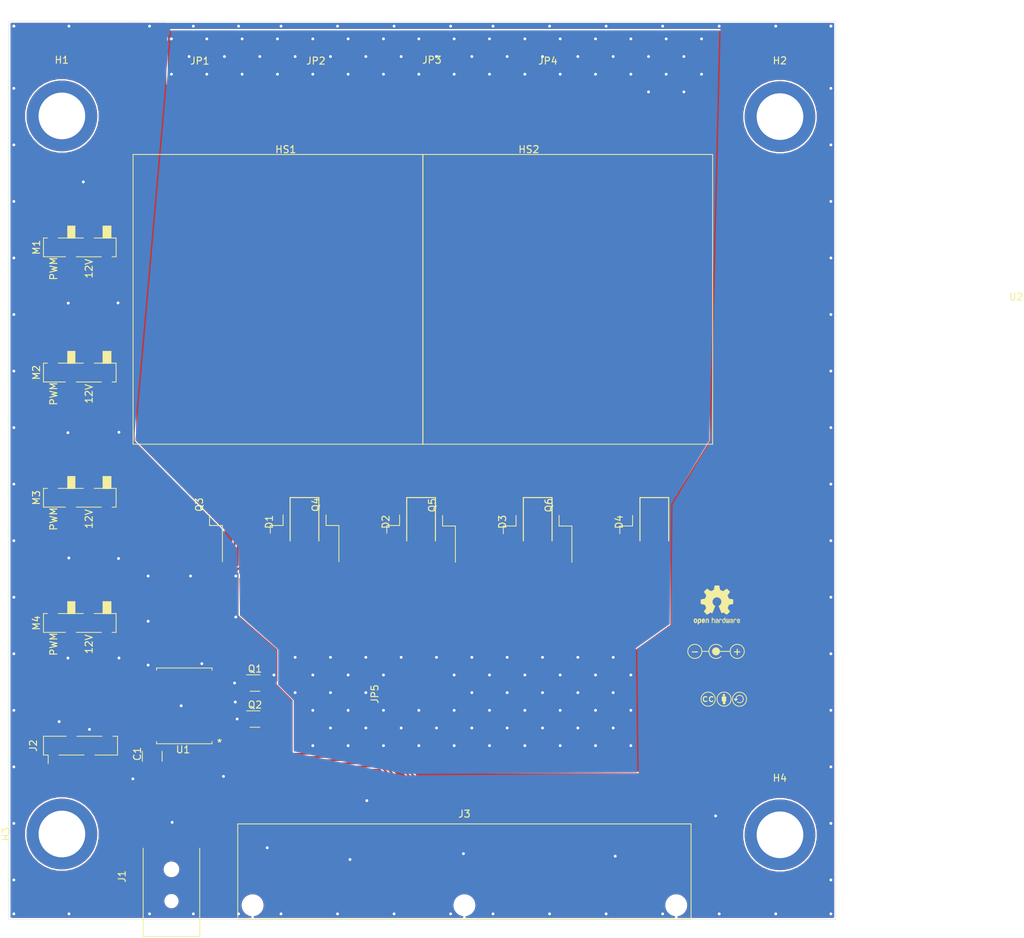
<source format=kicad_pcb>
(kicad_pcb (version 20171130) (host pcbnew "(5.1.6)-1")
  (layers (0 F.Cu mixed) (31 B.Cu mixed) (34 B.Paste user) (35 F.Paste user) (36 B.SilkS user) (37 F.SilkS user) (38 B.Mask user) (39 F.Mask user) (44 Edge.Cuts user))
  (net 0 "")
  (net 1 GND)
  (net 2 /12V)
  (net 3 "Net-(M1-Pad3)")
  (net 4 /LED-)
  (net 5 /18V)
  (net 6 /LED1-)
  (net 7 /LED2-)
  (net 8 /LED3-)
  (net 9 /LED4-)
  (net 10 /Therm2)
  (net 11 /Therm1)
  (net 12 /Fan_PWM)
  (net 13 /CH2)
  (net 14 /CH1)
  (net 15 /LED+)
  (net 16 "Net-(M2-Pad3)")
  (net 17 "Net-(M3-Pad3)")
  (net 18 "Net-(M4-Pad3)")
  (net 19 /Gate1)
  (net 20 /Gate2)
  (net 21 /Gate3)
  (net 22 /Gate4)
  (net 23 /OUT3)
  (net 24 /OUT2)
  (net 25 /Therm4)
  (net 26 /Thermistor)
  (net 27 /Therm3)
  (net 28 /CH4)
  (net 29 /CH3)
  (net 30 "Net-(J3-Pad8)")
  (net 31 "Net-(J3-Pad7)")
  (net 32 "Net-(J3-Pad2)")
  (net 33 "Net-(J3-Pad1)")
  (module "Custom Footprints:4928TR-power" (layer F.Cu) (at 135 127.9 90)
    (fp_text reference JP5 (at 0.2 -3.73 90) (layer F.SilkS))
    (fp_text value "Quick Connect" hide)
    (pad 2 smd rect (at 8.22 0.845 180) (size 1.65 3) (layers F.Cu F.Paste F.Mask) (net 4 /LED-))
    (pad 2 smd rect (at 8.22 5.415 180) (size 1.65 3) (layers F.Cu F.Paste F.Mask) (net 4 /LED-))
    (pad 2 smd rect (at 11.32 3.13 180) (size 1.65 3) (layers F.Cu F.Paste F.Mask) (net 4 /LED-))
    (pad 1 smd rect (at 1.51 5.415 180) (size 1.65 3) (layers F.Cu F.Paste F.Mask) (net 15 /LED+))
    (pad 1 smd rect (at 4.61 3.13 180) (size 1.65 3) (layers F.Cu F.Paste F.Mask) (net 15 /LED+))
    (pad 1 smd rect (at 1.51 0.845 180) (size 1.65 3) (layers F.Cu F.Paste F.Mask) (net 15 /LED+))
  )
  (module "Custom Footprints:DC_DC_converter-3S4A_1218S1UP" (layer F.Cu) (at 89.63 135 90)
    (fp_text reference J2 (at 0 -6.68 90) (layer F.SilkS))
    (fp_text value Conn_01x04_Female)
    (pad 4 smd rect (at 1.65 3.81 90) (size 1.9 1) (layers F.Cu F.Paste F.Mask) (net 5 /18V))
    (pad 2 smd rect (at 1.65 -1.27 90) (size 1.9 1) (layers F.Cu F.Paste F.Mask) (net 2 /12V))
    (pad 3 smd rect (at -1.65 1.27 90) (size 1.9 1) (layers F.Cu F.Paste F.Mask) (net 1 GND))
    (pad 1 smd rect (at -1.65 -3.81 90) (size 1.9 1) (layers F.Cu F.Paste F.Mask) (net 1 GND))
  )
  (module "Custom Footprints:4-pin_fan_SMD" (layer F.Cu) (at 89.53 82.2125 90)
    (fp_text reference M2 (at 0 -6.14 90) (layer F.SilkS))
    (fp_text value Fan_4pin)
    (fp_text user PWM (at -3 -3.7 90) (layer F.SilkS))
    (fp_text user 12V (at -3 1.3 90) (layer F.SilkS))
    (pad 2 smd rect (at 1.655 1.27 270) (size 2.51 1) (layers F.Cu F.Paste F.Mask) (net 2 /12V))
    (pad 4 smd rect (at 1.655 -3.81 270) (size 2.51 1) (layers F.Cu F.Paste F.Mask) (net 12 /Fan_PWM))
    (pad 1 smd rect (at -1.655 3.81 270) (size 2.51 1) (layers F.Cu F.Paste F.Mask) (net 1 GND))
    (pad 3 smd rect (at -1.655 -1.27 270) (size 2.51 1) (layers F.Cu F.Paste F.Mask) (net 16 "Net-(M2-Pad3)"))
  )
  (module "Custom Footprints:4-pin_fan_SMD" (layer F.Cu) (at 89.53 99.925 90)
    (fp_text reference M3 (at 0 -6.14 90) (layer F.SilkS))
    (fp_text value Fan_4pin)
    (fp_text user PWM (at -3 -3.7 90) (layer F.SilkS))
    (fp_text user 12V (at -3 1.3 90) (layer F.SilkS))
    (pad 2 smd rect (at 1.655 1.27 270) (size 2.51 1) (layers F.Cu F.Paste F.Mask) (net 2 /12V))
    (pad 4 smd rect (at 1.655 -3.81 270) (size 2.51 1) (layers F.Cu F.Paste F.Mask) (net 12 /Fan_PWM))
    (pad 1 smd rect (at -1.655 3.81 270) (size 2.51 1) (layers F.Cu F.Paste F.Mask) (net 1 GND))
    (pad 3 smd rect (at -1.655 -1.27 270) (size 2.51 1) (layers F.Cu F.Paste F.Mask) (net 17 "Net-(M3-Pad3)"))
  )
  (module "Custom Footprints:4-pin_fan_SMD" (layer F.Cu) (at 89.53 64.5 90)
    (fp_text reference M1 (at 0 -6.14 90) (layer F.SilkS))
    (fp_text value Fan_4pin)
    (fp_text user PWM (at -3 -3.7 90) (layer F.SilkS))
    (fp_text user 12V (at -3 1.3 90) (layer F.SilkS))
    (pad 2 smd rect (at 1.655 1.27 270) (size 2.51 1) (layers F.Cu F.Paste F.Mask) (net 2 /12V))
    (pad 4 smd rect (at 1.655 -3.81 270) (size 2.51 1) (layers F.Cu F.Paste F.Mask) (net 12 /Fan_PWM))
    (pad 1 smd rect (at -1.655 3.81 270) (size 2.51 1) (layers F.Cu F.Paste F.Mask) (net 1 GND))
    (pad 3 smd rect (at -1.655 -1.27 270) (size 2.51 1) (layers F.Cu F.Paste F.Mask) (net 3 "Net-(M1-Pad3)"))
  )
  (module "Custom Footprints:4-pin_fan_SMD" (layer F.Cu) (at 89.53 117.6375 90)
    (fp_text reference M4 (at 0 -6.14 90) (layer F.SilkS))
    (fp_text value Fan_4pin)
    (fp_text user PWM (at -3 -3.7 90) (layer F.SilkS))
    (fp_text user 12V (at -3 1.3 90) (layer F.SilkS))
    (pad 2 smd rect (at 1.655 1.27 270) (size 2.51 1) (layers F.Cu F.Paste F.Mask) (net 2 /12V))
    (pad 4 smd rect (at 1.655 -3.81 270) (size 2.51 1) (layers F.Cu F.Paste F.Mask) (net 12 /Fan_PWM))
    (pad 1 smd rect (at -1.655 3.81 270) (size 2.51 1) (layers F.Cu F.Paste F.Mask) (net 1 GND))
    (pad 3 smd rect (at -1.655 -1.27 270) (size 2.51 1) (layers F.Cu F.Paste F.Mask) (net 18 "Net-(M4-Pad3)"))
  )
  (module Package_TO_SOT_SMD:SOT-353_SC-70-5 (layer F.Cu) (at 114.32 131.23)
    (fp_text reference Q2 (at 0 -2) (layer F.SilkS))
    (fp_text value DMN32D2LDF-7)
    (pad 5 smd rect (at 0.95 -0.65) (size 0.65 0.4) (layers F.Cu F.Paste F.Mask) (net 27 /Therm3))
    (pad 4 smd rect (at 0.95 0.65) (size 0.65 0.4) (layers F.Cu F.Paste F.Mask) (net 25 /Therm4))
    (pad 2 smd rect (at -0.95 0) (size 0.65 0.4) (layers F.Cu F.Paste F.Mask) (net 1 GND))
    (pad 3 smd rect (at -0.95 0.65) (size 0.65 0.4) (layers F.Cu F.Paste F.Mask) (net 28 /CH4))
    (pad 1 smd rect (at -0.95 -0.65) (size 0.65 0.4) (layers F.Cu F.Paste F.Mask) (net 29 /CH3))
  )
  (module "Custom Footprints:MIC4468ZWM-TR" (layer F.Cu) (at 104.32 129.37 180)
    (fp_text reference U1 (at 0.18 -6.19) (layer F.SilkS))
    (fp_text value MIC4468ZWM-TR hide)
    (fp_text user * (at -4.98 -5.24) (layer F.SilkS))
    (pad 1 smd rect (at -4.7498 -4.445 180) (size 1.7272 0.5334) (layers F.Cu F.Paste F.Mask) (net 28 /CH4))
    (pad 2 smd rect (at -4.7498 -3.175 180) (size 1.7272 0.5334) (layers F.Cu F.Paste F.Mask) (net 28 /CH4))
    (pad 3 smd rect (at -4.7498 -1.905 180) (size 1.7272 0.5334) (layers F.Cu F.Paste F.Mask) (net 29 /CH3))
    (pad 4 smd rect (at -4.7498 -0.635 180) (size 1.7272 0.5334) (layers F.Cu F.Paste F.Mask) (net 29 /CH3))
    (pad 5 smd rect (at -4.7498 0.635 180) (size 1.7272 0.5334) (layers F.Cu F.Paste F.Mask) (net 13 /CH2))
    (pad 6 smd rect (at -4.7498 1.905 180) (size 1.7272 0.5334) (layers F.Cu F.Paste F.Mask) (net 13 /CH2))
    (pad 7 smd rect (at -4.7498 3.175 180) (size 1.7272 0.5334) (layers F.Cu F.Paste F.Mask) (net 1 GND))
    (pad 8 smd rect (at -4.7498 4.445 180) (size 1.7272 0.5334) (layers F.Cu F.Paste F.Mask) (net 1 GND))
    (pad 9 smd rect (at 4.7498 4.445 180) (size 1.7272 0.5334) (layers F.Cu F.Paste F.Mask) (net 14 /CH1))
    (pad 10 smd rect (at 4.7498 3.175 180) (size 1.7272 0.5334) (layers F.Cu F.Paste F.Mask) (net 14 /CH1))
    (pad 11 smd rect (at 4.7498 1.905 180) (size 1.7272 0.5334) (layers F.Cu F.Paste F.Mask) (net 19 /Gate1))
    (pad 12 smd rect (at 4.7498 0.635 180) (size 1.7272 0.5334) (layers F.Cu F.Paste F.Mask) (net 20 /Gate2))
    (pad 13 smd rect (at 4.7498 -0.635 180) (size 1.7272 0.5334) (layers F.Cu F.Paste F.Mask) (net 21 /Gate3))
    (pad 14 smd rect (at 4.7498 -1.905 180) (size 1.7272 0.5334) (layers F.Cu F.Paste F.Mask) (net 22 /Gate4))
    (pad 15 smd rect (at 4.7498 -3.175 180) (size 1.7272 0.5334) (layers F.Cu F.Paste F.Mask) (net 5 /18V))
    (pad 16 smd rect (at 4.7498 -4.445 180) (size 1.7272 0.5334) (layers F.Cu F.Paste F.Mask) (net 5 /18V))
  )
  (module "Custom Footprints:DC-jack_54-00165" (layer F.Cu) (at 102.5 162 90)
    (fp_text reference J1 (at 8.5 -7 90) (layer F.SilkS))
    (fp_text value Barrel_Jack_Switch)
    (pad 2 smd rect (at 5 5.5 90) (size 2 2) (layers F.Cu F.Paste F.Mask) (net 1 GND))
    (pad 3 smd rect (at 11.2 5.5 90) (size 2 2) (layers F.Cu F.Paste F.Mask) (net 1 GND))
    (pad 1 smd rect (at 11.2 -5.5 90) (size 2 2) (layers F.Cu F.Paste F.Mask) (net 2 /12V))
    (pad 1 smd rect (at 5 -5.5 90) (size 2 2) (layers F.Cu F.Paste F.Mask) (net 2 /12V))
    (pad "" np_thru_hole circle (at 9.5 0 90) (size 1.8 1.8) (drill 1.8) (layers *.Cu *.Mask))
    (pad "" np_thru_hole circle (at 5 0 90) (size 1.6 1.6) (drill 1.6) (layers *.Cu *.Mask))
  )
  (module "Custom Footprints:4928TR-power" (layer F.Cu) (at 106.32 41.85)
    (fp_text reference JP1 (at 0.2 -3.73) (layer F.SilkS))
    (fp_text value "Quick Connect" hide)
    (pad 2 smd rect (at 8.22 0.845 90) (size 1.65 3) (layers F.Cu F.Paste F.Mask) (net 15 /LED+))
    (pad 2 smd rect (at 8.22 5.415 90) (size 1.65 3) (layers F.Cu F.Paste F.Mask) (net 15 /LED+))
    (pad 2 smd rect (at 11.32 3.13 90) (size 1.65 3) (layers F.Cu F.Paste F.Mask) (net 15 /LED+))
    (pad 1 smd rect (at 1.51 5.415 90) (size 1.65 3) (layers F.Cu F.Paste F.Mask) (net 9 /LED4-))
    (pad 1 smd rect (at 4.61 3.13 90) (size 1.65 3) (layers F.Cu F.Paste F.Mask) (net 9 /LED4-))
    (pad 1 smd rect (at 1.51 0.845 90) (size 1.65 3) (layers F.Cu F.Paste F.Mask) (net 9 /LED4-))
  )
  (module "Custom Footprints:DO-214AA" (layer F.Cu) (at 154.32 103.1 90)
    (fp_text reference D3 (at -0.24 -4.99 90) (layer F.SilkS))
    (fp_text value TVS_Diode hide)
    (pad 2 smd rect (at -1.9685 0 180) (size 2.159 1.9558) (layers F.Cu F.Paste F.Mask) (net 4 /LED-))
    (pad 1 smd rect (at 1.9685 0 180) (size 2.159 1.9558) (layers F.Cu F.Paste F.Mask) (net 7 /LED2-))
  )
  (module "Custom Footprints:DO-214AA" (layer F.Cu) (at 121.32 103.1 90)
    (fp_text reference D1 (at -0.24 -4.99 90) (layer F.SilkS))
    (fp_text value TVS_Diode hide)
    (pad 2 smd rect (at -1.9685 0 180) (size 2.159 1.9558) (layers F.Cu F.Paste F.Mask) (net 4 /LED-))
    (pad 1 smd rect (at 1.9685 0 180) (size 2.159 1.9558) (layers F.Cu F.Paste F.Mask) (net 9 /LED4-))
  )
  (module "Custom Footprints:0508_Capacitor" (layer F.Cu) (at 99.78 136.51 90)
    (fp_text reference C1 (at 0.34 -2.11 90) (layer F.SilkS))
    (fp_text value 2.2uF)
    (pad 1 smd rect (at -0.61 0 90) (size 0.9 2.17) (layers F.Cu F.Paste F.Mask) (net 1 GND))
    (pad 2 smd rect (at 0.61 0 90) (size 0.9 2.17) (layers F.Cu F.Paste F.Mask) (net 5 /18V))
  )
  (module "Custom Footprints:DO-214AA" (layer F.Cu) (at 137.82 103.1 90)
    (fp_text reference D2 (at -0.24 -4.99 90) (layer F.SilkS))
    (fp_text value TVS_Diode hide)
    (pad 2 smd rect (at -1.9685 0 180) (size 2.159 1.9558) (layers F.Cu F.Paste F.Mask) (net 4 /LED-))
    (pad 1 smd rect (at 1.9685 0 180) (size 2.159 1.9558) (layers F.Cu F.Paste F.Mask) (net 8 /LED3-))
  )
  (module "Custom Footprints:4928TR-power" (layer F.Cu) (at 122.736666 41.85)
    (fp_text reference JP2 (at 0.2 -3.73) (layer F.SilkS))
    (fp_text value "Quick Connect" hide)
    (pad 2 smd rect (at 8.22 0.845 90) (size 1.65 3) (layers F.Cu F.Paste F.Mask) (net 15 /LED+))
    (pad 2 smd rect (at 8.22 5.415 90) (size 1.65 3) (layers F.Cu F.Paste F.Mask) (net 15 /LED+))
    (pad 2 smd rect (at 11.32 3.13 90) (size 1.65 3) (layers F.Cu F.Paste F.Mask) (net 15 /LED+))
    (pad 1 smd rect (at 1.51 5.415 90) (size 1.65 3) (layers F.Cu F.Paste F.Mask) (net 8 /LED3-))
    (pad 1 smd rect (at 4.61 3.13 90) (size 1.65 3) (layers F.Cu F.Paste F.Mask) (net 8 /LED3-))
    (pad 1 smd rect (at 1.51 0.845 90) (size 1.65 3) (layers F.Cu F.Paste F.Mask) (net 8 /LED3-))
  )
  (module "Custom Footprints:DO-214AA" (layer F.Cu) (at 170.82 103.1 90)
    (fp_text reference D4 (at -0.24 -4.99 90) (layer F.SilkS))
    (fp_text value TVS_Diode hide)
    (pad 2 smd rect (at -1.9685 0 180) (size 2.159 1.9558) (layers F.Cu F.Paste F.Mask) (net 4 /LED-))
    (pad 1 smd rect (at 1.9685 0 180) (size 2.159 1.9558) (layers F.Cu F.Paste F.Mask) (net 6 /LED1-))
  )
  (module Package_TO_SOT_SMD:TO-263-2 (layer F.Cu) (at 162.545 100.975 90)
    (fp_text reference Q6 (at 0 -6.65 90) (layer F.SilkS))
    (fp_text value SUM70060E)
    (pad 1 smd rect (at -5.775 -2.54 90) (size 4.6 1.1) (layers F.Cu F.Paste F.Mask) (net 19 /Gate1))
    (pad 3 smd rect (at -5.775 2.54 90) (size 4.6 1.1) (layers F.Cu F.Paste F.Mask) (net 4 /LED-))
    (pad 2 smd rect (at 3.375 0 90) (size 9.4 10.8) (layers F.Cu F.Mask) (net 6 /LED1-))
  )
  (module Package_TO_SOT_SMD:TO-263-2 (layer F.Cu) (at 129.578333 100.9 90)
    (fp_text reference Q4 (at 0 -6.65 90) (layer F.SilkS))
    (fp_text value SUM70060E)
    (pad 2 smd rect (at 3.375 0 90) (size 9.4 10.8) (layers F.Cu F.Mask) (net 8 /LED3-))
    (pad 3 smd rect (at -5.775 2.54 90) (size 4.6 1.1) (layers F.Cu F.Paste F.Mask) (net 4 /LED-))
    (pad 1 smd rect (at -5.775 -2.54 90) (size 4.6 1.1) (layers F.Cu F.Paste F.Mask) (net 21 /Gate3))
  )
  (module Package_TO_SOT_SMD:SOT-353_SC-70-5 (layer F.Cu) (at 114.32 126.14)
    (fp_text reference Q1 (at 0 -2) (layer F.SilkS))
    (fp_text value DMN32D2LDF-7)
    (pad 5 smd rect (at 0.95 -0.65) (size 0.65 0.4) (layers F.Cu F.Paste F.Mask) (net 11 /Therm1))
    (pad 4 smd rect (at 0.95 0.65) (size 0.65 0.4) (layers F.Cu F.Paste F.Mask) (net 10 /Therm2))
    (pad 2 smd rect (at -0.95 0) (size 0.65 0.4) (layers F.Cu F.Paste F.Mask) (net 1 GND))
    (pad 3 smd rect (at -0.95 0.65) (size 0.65 0.4) (layers F.Cu F.Paste F.Mask) (net 13 /CH2))
    (pad 1 smd rect (at -0.95 -0.65) (size 0.65 0.4) (layers F.Cu F.Paste F.Mask) (net 14 /CH1))
  )
  (module "Custom Footprints:Polarity_Center_Positive" (layer F.Cu) (at 179.55 115.66)
    (fp_text reference LOGO2 hide)
    (fp_text value "Jack Polarity" hide)
    (fp_text user + (at 3 6) (layer F.SilkS))
    (fp_text user - (at -3 6) (layer F.SilkS))
  )
  (module "Custom Footprints:RJ45_x4-RJSSE-5380-04" (layer F.Cu) (at 143.95 143.27)
    (fp_text reference J3 (at 0 1.39) (layer F.SilkS))
    (fp_text value 8P8C_Shielded_x4)
    (pad "" np_thru_hole circle (at 29.97 14.31) (size 2.69 2.69) (drill 2.69) (layers *.Cu *.Mask))
    (pad "" np_thru_hole circle (at -29.97 14.31) (size 2.69 2.69) (drill 2.69) (layers *.Cu *.Mask))
    (pad "" np_thru_hole circle (at 0 14.31) (size 2.69 2.69) (drill 2.69) (layers *.Cu *.Mask))
    (pad SH smd rect (at -28.78 9.72) (size 6.22 3.18) (layers F.Cu F.Paste F.Mask) (net 1 GND))
    (pad SH smd rect (at 28.78 9.72) (size 6.22 3.18) (layers F.Cu F.Paste F.Mask) (net 1 GND))
    (pad 32 smd rect (at -28.0625 1.27) (size 0.56 2.54) (layers F.Cu F.Paste F.Mask) (net 25 /Therm4))
    (pad 31 smd rect (at -26.7925 1.27) (size 0.56 2.54) (layers F.Cu F.Paste F.Mask) (net 26 /Thermistor))
    (pad 30 smd rect (at -25.5225 1.27) (size 0.56 2.54) (layers F.Cu F.Paste F.Mask) (net 27 /Therm3))
    (pad 29 smd rect (at -24.2525 1.27) (size 0.56 2.54) (layers F.Cu F.Paste F.Mask) (net 26 /Thermistor))
    (pad 28 smd rect (at -22.9825 1.27) (size 0.56 2.54) (layers F.Cu F.Paste F.Mask) (net 10 /Therm2))
    (pad 27 smd rect (at -21.7125 1.27) (size 0.56 2.54) (layers F.Cu F.Paste F.Mask) (net 26 /Thermistor))
    (pad 26 smd rect (at -20.4425 1.27) (size 0.56 2.54) (layers F.Cu F.Paste F.Mask) (net 11 /Therm1))
    (pad 25 smd rect (at -19.1725 1.27) (size 0.56 2.54) (layers F.Cu F.Paste F.Mask) (net 26 /Thermistor))
    (pad 24 smd rect (at -12.3175 1.27) (size 0.56 2.54) (layers F.Cu F.Paste F.Mask) (net 1 GND))
    (pad 23 smd rect (at -11.0475 1.27) (size 0.56 2.54) (layers F.Cu F.Paste F.Mask) (net 28 /CH4))
    (pad 22 smd rect (at -9.7775 1.27) (size 0.56 2.54) (layers F.Cu F.Paste F.Mask) (net 1 GND))
    (pad 21 smd rect (at -8.5075 1.27) (size 0.56 2.54) (layers F.Cu F.Paste F.Mask) (net 29 /CH3))
    (pad 20 smd rect (at -7.2375 1.27) (size 0.56 2.54) (layers F.Cu F.Paste F.Mask) (net 1 GND))
    (pad 19 smd rect (at -5.9675 1.27) (size 0.56 2.54) (layers F.Cu F.Paste F.Mask) (net 13 /CH2))
    (pad 18 smd rect (at -4.6975 1.27) (size 0.56 2.54) (layers F.Cu F.Paste F.Mask) (net 1 GND))
    (pad 17 smd rect (at -3.4275 1.27) (size 0.56 2.54) (layers F.Cu F.Paste F.Mask) (net 14 /CH1))
    (pad 16 smd rect (at 3.4275 1.27) (size 0.56 2.54) (layers F.Cu F.Paste F.Mask) (net 1 GND))
    (pad 15 smd rect (at 4.6975 1.27) (size 0.56 2.54) (layers F.Cu F.Paste F.Mask) (net 26 /Thermistor))
    (pad 14 smd rect (at 5.9675 1.27) (size 0.56 2.54) (layers F.Cu F.Paste F.Mask) (net 1 GND))
    (pad 13 smd rect (at 7.2375 1.27) (size 0.56 2.54) (layers F.Cu F.Paste F.Mask) (net 23 /OUT3))
    (pad 12 smd rect (at 8.5075 1.27) (size 0.56 2.54) (layers F.Cu F.Paste F.Mask) (net 1 GND))
    (pad 11 smd rect (at 9.7775 1.27) (size 0.56 2.54) (layers F.Cu F.Paste F.Mask) (net 24 /OUT2))
    (pad 10 smd rect (at 11.0475 1.27) (size 0.56 2.54) (layers F.Cu F.Paste F.Mask) (net 1 GND))
    (pad 9 smd rect (at 12.3175 1.27) (size 0.56 2.54) (layers F.Cu F.Paste F.Mask) (net 12 /Fan_PWM))
    (pad 8 smd rect (at 19.1725 1.27) (size 0.56 2.54) (layers F.Cu F.Paste F.Mask) (net 30 "Net-(J3-Pad8)"))
    (pad 7 smd rect (at 20.4425 1.27) (size 0.56 2.54) (layers F.Cu F.Paste F.Mask) (net 31 "Net-(J3-Pad7)"))
    (pad 6 smd rect (at 21.7125 1.27) (size 0.56 2.54) (layers F.Cu F.Paste F.Mask) (net 1 GND))
    (pad 5 smd rect (at 22.9825 1.27) (size 0.56 2.54) (layers F.Cu F.Paste F.Mask) (net 23 /OUT3))
    (pad 4 smd rect (at 24.2525 1.27) (size 0.56 2.54) (layers F.Cu F.Paste F.Mask) (net 1 GND))
    (pad 3 smd rect (at 25.5225 1.27) (size 0.56 2.54) (layers F.Cu F.Paste F.Mask) (net 24 /OUT2))
    (pad 2 smd rect (at 26.7925 1.27) (size 0.56 2.54) (layers F.Cu F.Paste F.Mask) (net 32 "Net-(J3-Pad2)"))
    (pad 1 smd rect (at 28.0625 1.27) (size 0.56 2.54) (layers F.Cu F.Paste F.Mask) (net 33 "Net-(J3-Pad1)"))
  )
  (module "Custom Footprints:4928TR-power" (layer F.Cu) (at 155.57 41.85)
    (fp_text reference JP4 (at 0.2 -3.73) (layer F.SilkS))
    (fp_text value "Quick Connect" hide)
    (pad 2 smd rect (at 8.22 0.845 90) (size 1.65 3) (layers F.Cu F.Paste F.Mask) (net 15 /LED+))
    (pad 2 smd rect (at 8.22 5.415 90) (size 1.65 3) (layers F.Cu F.Paste F.Mask) (net 15 /LED+))
    (pad 2 smd rect (at 11.32 3.13 90) (size 1.65 3) (layers F.Cu F.Paste F.Mask) (net 15 /LED+))
    (pad 1 smd rect (at 1.51 5.415 90) (size 1.65 3) (layers F.Cu F.Paste F.Mask) (net 6 /LED1-))
    (pad 1 smd rect (at 4.61 3.13 90) (size 1.65 3) (layers F.Cu F.Paste F.Mask) (net 6 /LED1-))
    (pad 1 smd rect (at 1.51 0.845 90) (size 1.65 3) (layers F.Cu F.Paste F.Mask) (net 6 /LED1-))
  )
  (module "Custom Footprints:4928TR-power" (layer F.Cu) (at 139.153332 41.72)
    (fp_text reference JP3 (at 0.2 -3.73) (layer F.SilkS))
    (fp_text value "Quick Connect" hide)
    (pad 2 smd rect (at 8.22 0.845 90) (size 1.65 3) (layers F.Cu F.Paste F.Mask) (net 15 /LED+))
    (pad 2 smd rect (at 8.22 5.415 90) (size 1.65 3) (layers F.Cu F.Paste F.Mask) (net 15 /LED+))
    (pad 2 smd rect (at 11.32 3.13 90) (size 1.65 3) (layers F.Cu F.Paste F.Mask) (net 15 /LED+))
    (pad 1 smd rect (at 1.51 5.415 90) (size 1.65 3) (layers F.Cu F.Paste F.Mask) (net 7 /LED2-))
    (pad 1 smd rect (at 4.61 3.13 90) (size 1.65 3) (layers F.Cu F.Paste F.Mask) (net 7 /LED2-))
    (pad 1 smd rect (at 1.51 0.845 90) (size 1.65 3) (layers F.Cu F.Paste F.Mask) (net 7 /LED2-))
  )
  (module Package_TO_SOT_SMD:TO-263-2 (layer F.Cu) (at 146.061666 100.975 90)
    (fp_text reference Q5 (at 0 -6.65 90) (layer F.SilkS))
    (fp_text value SUM70060E)
    (pad 2 smd rect (at 3.375 0 90) (size 9.4 10.8) (layers F.Cu F.Mask) (net 7 /LED2-))
    (pad 3 smd rect (at -5.775 2.54 90) (size 4.6 1.1) (layers F.Cu F.Paste F.Mask) (net 4 /LED-))
    (pad 1 smd rect (at -5.775 -2.54 90) (size 4.6 1.1) (layers F.Cu F.Paste F.Mask) (net 20 /Gate2))
  )
  (module "Custom Footprints:Heatsink_910-40-2-23-2-B-0" (layer F.Cu) (at 138.57 51.85)
    (fp_text reference HS2 (at 14.5 -1.2) (layer F.SilkS))
    (fp_text value HS-PCB)
  )
  (module "Custom Footprints:Creative_commons_license" (layer F.Cu) (at 179.44 127.29)
    (fp_text reference LOGO1 hide)
    (fp_text value "CC license")
    (fp_text user cc (at -1 1) (layer F.SilkS))
  )
  (module "Custom Footprints:Heatsink_910-40-2-23-2-B-0" (layer F.Cu) (at 97.57 51.85)
    (fp_text reference HS1 (at 21.1 -1.2) (layer F.SilkS))
    (fp_text value HS-PCB)
  )
  (module Package_TO_SOT_SMD:TO-263-2 (layer F.Cu) (at 113.095 100.9 90)
    (fp_text reference Q3 (at 0 -6.65 90) (layer F.SilkS))
    (fp_text value SUM70060E)
    (pad 2 smd rect (at 3.375 0 90) (size 9.4 10.8) (layers F.Cu F.Mask) (net 9 /LED4-))
    (pad 3 smd rect (at -5.775 2.54 90) (size 4.6 1.1) (layers F.Cu F.Paste F.Mask) (net 4 /LED-))
    (pad 1 smd rect (at -5.775 -2.54 90) (size 4.6 1.1) (layers F.Cu F.Paste F.Mask) (net 22 /Gate4))
  )
  (module Symbol:OSHW-Logo2_7.3x6mm_SilkScreen (layer F.Cu) (at 179.68 115.1)
    (fp_text reference LOGO3 hide)
    (fp_text value "OSHW Logo" hide)
  )
  (module "Custom Footprints:Ref_only" (layer F.Cu) (at 194.784999 69.786499)
    (fp_text reference U2 (at 27.215001 1.713501) (layer F.SilkS))
    (fp_text value "DC DC Converter")
  )
  (module "Custom Footprints:14-20_standoff" (layer F.Cu) (at 188.6 147.5)
    (fp_text reference H4 (at -0.02 -7.91) (layer F.SilkS))
    (fp_text value MountingHole hide)
    (pad 1 thru_hole circle (at 0 0.11) (size 10 10) (drill 6.6) (layers *.Cu *.Mask))
  )
  (module "Custom Footprints:14-20_standoff" (layer F.Cu) (at 87 147.5 90)
    (fp_text reference H3 (at -0.02 -7.91 90) (layer F.SilkS))
    (fp_text value MountingHole hide)
    (pad 1 thru_hole circle (at 0 0 90) (size 10 10) (drill 6.6) (layers *.Cu *.Mask))
  )
  (module "Custom Footprints:14-20_standoff" (layer F.Cu) (at 188.6 46)
    (fp_text reference H2 (at -0.02 -7.91) (layer F.SilkS))
    (fp_text value MountingHole hide)
    (pad 1 thru_hole circle (at 0 0) (size 10 10) (drill 6.6) (layers *.Cu *.Mask))
  )
  (module "Custom Footprints:14-20_standoff" (layer F.Cu) (at 87 45.9)
    (fp_text reference H1 (at -0.02 -7.91) (layer F.SilkS))
    (fp_text value MountingHole hide)
    (pad 1 thru_hole circle (at 0 0) (size 10 10) (drill 6.6) (layers *.Cu *.Mask))
  )
  (gr_line (start 196.5 32.5) (end 79.5 32.5) (layer Edge.Cuts) (width 0.05))
  (gr_line (start 196.5 159.6) (end 196.5 32.5) (layer Edge.Cuts) (width 0.05))
  (gr_line (start 79.5 159.6) (end 196.5 159.6) (layer Edge.Cuts) (width 0.05))
  (gr_line (start 79.5 32.5) (end 79.5 159.6) (layer Edge.Cuts) (width 0.05))
  (via (at 164 33.2) (size 0.8) (drill 0.4) (layers F.Cu B.Cu) (net 1))
  (via (at 156 33.2) (size 0.8) (drill 0.4) (layers F.Cu B.Cu) (net 1))
  (via (at 172 33.2) (size 0.8) (drill 0.4) (layers F.Cu B.Cu) (net 1))
  (via (at 80.2 33.2) (size 0.8) (drill 0.4) (layers F.Cu B.Cu) (net 1))
  (via (at 148 33.2) (size 0.8) (drill 0.4) (layers F.Cu B.Cu) (net 1))
  (via (at 188 33.2) (size 0.8) (drill 0.4) (layers F.Cu B.Cu) (net 1))
  (via (at 180 33.2) (size 0.8) (drill 0.4) (layers F.Cu B.Cu) (net 1))
  (via (at 142 33.2) (size 0.8) (drill 0.4) (layers F.Cu B.Cu) (net 1))
  (via (at 126 33.2) (size 0.8) (drill 0.4) (layers F.Cu B.Cu) (net 1))
  (via (at 134 33.2) (size 0.8) (drill 0.4) (layers F.Cu B.Cu) (net 1))
  (via (at 118 33.2) (size 0.8) (drill 0.4) (layers F.Cu B.Cu) (net 1))
  (via (at 195.8 33.2) (size 0.8) (drill 0.4) (layers F.Cu B.Cu) (net 1))
  (via (at 99.4 33.2) (size 0.8) (drill 0.4) (layers F.Cu B.Cu) (net 1))
  (via (at 105.6 33.2) (size 0.8) (drill 0.4) (layers F.Cu B.Cu) (net 1))
  (via (at 88 33.2) (size 0.8) (drill 0.4) (layers F.Cu B.Cu) (net 1))
  (via (at 112 33.2) (size 0.8) (drill 0.4) (layers F.Cu B.Cu) (net 1))
  (segment (start 98.210002 33) (end 95.8 33) (width 0.5) (layer F.Cu) (net 1))
  (via (at 195.8 74) (size 0.8) (drill 0.4) (layers F.Cu B.Cu) (net 1))
  (via (at 195.8 90) (size 0.8) (drill 0.4) (layers F.Cu B.Cu) (net 1))
  (via (at 195.8 50) (size 0.8) (drill 0.4) (layers F.Cu B.Cu) (net 1))
  (via (at 195.8 66) (size 0.8) (drill 0.4) (layers F.Cu B.Cu) (net 1))
  (via (at 195.8 33.2) (size 0.8) (drill 0.4) (layers F.Cu B.Cu) (net 1))
  (via (at 195.8 58) (size 0.8) (drill 0.4) (layers F.Cu B.Cu) (net 1))
  (via (at 195.8 98) (size 0.8) (drill 0.4) (layers F.Cu B.Cu) (net 1))
  (via (at 195.8 82) (size 0.8) (drill 0.4) (layers F.Cu B.Cu) (net 1))
  (via (at 195.8 106) (size 0.8) (drill 0.4) (layers F.Cu B.Cu) (net 1))
  (via (at 195.8 42) (size 0.8) (drill 0.4) (layers F.Cu B.Cu) (net 1))
  (via (at 195.8 154) (size 0.8) (drill 0.4) (layers F.Cu B.Cu) (net 1))
  (via (at 195.8 146) (size 0.8) (drill 0.4) (layers F.Cu B.Cu) (net 1))
  (via (at 195.8 158.8) (size 0.8) (drill 0.4) (layers F.Cu B.Cu) (net 1))
  (via (at 195.8 122) (size 0.8) (drill 0.4) (layers F.Cu B.Cu) (net 1))
  (via (at 195.8 130) (size 0.8) (drill 0.4) (layers F.Cu B.Cu) (net 1))
  (via (at 195.8 114) (size 0.8) (drill 0.4) (layers F.Cu B.Cu) (net 1))
  (via (at 195.8 138) (size 0.8) (drill 0.4) (layers F.Cu B.Cu) (net 1))
  (segment (start 113.37 131.23) (end 111.8 131.23) (width 0.25) (layer F.Cu) (net 1))
  (segment (start 110.193401 131.866701) (end 107.946199 131.866701) (width 0.25) (layer F.Cu) (net 1))
  (segment (start 107.946199 131.866701) (end 107.881199 131.801701) (width 0.25) (layer F.Cu) (net 1))
  (segment (start 110.830102 131.23) (end 110.193401 131.866701) (width 0.25) (layer F.Cu) (net 1))
  (segment (start 113.37 126.14) (end 111.43 126.14) (width 0.25) (layer F.Cu) (net 1))
  (segment (start 109.1248 126.14) (end 109.0698 126.195) (width 0.25) (layer F.Cu) (net 1))
  (segment (start 163.667502 142.95) (end 163.662501 142.944999) (width 0.25) (layer F.Cu) (net 1))
  (segment (start 163.852499 142.944999) (end 163.847498 142.95) (width 0.25) (layer F.Cu) (net 1))
  (segment (start 163.662501 142.944999) (end 162.582499 142.944999) (width 0.25) (layer F.Cu) (net 1))
  (segment (start 162.582499 142.944999) (end 162.577498 142.95) (width 0.25) (layer F.Cu) (net 1))
  (segment (start 156.807501 142.944999) (end 155.735001 142.944999) (width 0.25) (layer F.Cu) (net 1))
  (segment (start 107.881199 131.801701) (end 107.881199 130.748299) (width 0.25) (layer F.Cu) (net 1))
  (segment (start 154.339999 146.070001) (end 154.9975 145.4125) (width 0.25) (layer F.Cu) (net 1))
  (segment (start 165.6625 144.54) (end 165.6625 143.674998) (width 0.25) (layer F.Cu) (net 1))
  (segment (start 154.9975 145.4125) (end 154.9975 144.54) (width 0.25) (layer F.Cu) (net 1))
  (segment (start 107.89 130.739498) (end 107.89 130.540502) (width 0.25) (layer F.Cu) (net 1))
  (segment (start 163.847498 142.95) (end 163.667502 142.95) (width 0.25) (layer F.Cu) (net 1))
  (segment (start 154.332501 146.070001) (end 154.339999 146.070001) (width 0.25) (layer F.Cu) (net 1))
  (segment (start 147.412502 152.99) (end 115.17 152.99) (width 0.25) (layer F.Cu) (net 1))
  (segment (start 155.735001 142.944999) (end 154.9975 143.6825) (width 0.25) (layer F.Cu) (net 1))
  (segment (start 154.9975 143.6825) (end 154.9975 144.54) (width 0.25) (layer F.Cu) (net 1))
  (segment (start 107.881199 130.531701) (end 107.881199 129.478299) (width 0.25) (layer F.Cu) (net 1))
  (segment (start 107.89 130.540502) (end 107.881199 130.531701) (width 0.25) (layer F.Cu) (net 1))
  (segment (start 107.881199 130.748299) (end 107.89 130.739498) (width 0.25) (layer F.Cu) (net 1))
  (segment (start 162.577498 142.95) (end 156.812502 142.95) (width 0.25) (layer F.Cu) (net 1))
  (segment (start 164.932501 142.944999) (end 163.852499 142.944999) (width 0.25) (layer F.Cu) (net 1))
  (segment (start 156.812502 142.95) (end 156.807501 142.944999) (width 0.25) (layer F.Cu) (net 1))
  (segment (start 165.6625 143.674998) (end 164.932501 142.944999) (width 0.25) (layer F.Cu) (net 1))
  (segment (start 107.881199 129.478299) (end 107.89 129.469498) (width 0.25) (layer F.Cu) (net 1))
  (segment (start 107.89 129.270502) (end 107.881199 129.261701) (width 0.25) (layer F.Cu) (net 1))
  (segment (start 109.0948 126.17) (end 109.0698 126.195) (width 0.25) (layer F.Cu) (net 1))
  (segment (start 113.3775 126.1475) (end 113.37 126.14) (width 0.25) (layer F.Cu) (net 1))
  (segment (start 113.3725 131.2275) (end 113.37 131.23) (width 0.25) (layer F.Cu) (net 1))
  (segment (start 107.881199 129.261701) (end 107.881199 128.208299) (width 0.25) (layer F.Cu) (net 1))
  (segment (start 107.89 129.469498) (end 107.89 129.270502) (width 0.25) (layer F.Cu) (net 1))
  (segment (start 107.881199 126.270001) (end 107.9562 126.195) (width 0.25) (layer F.Cu) (net 1))
  (segment (start 107.9562 126.195) (end 109.0698 126.195) (width 0.25) (layer F.Cu) (net 1))
  (segment (start 107.881199 127.991701) (end 107.881199 126.270001) (width 0.25) (layer F.Cu) (net 1))
  (segment (start 107.881199 128.208299) (end 107.89 128.199498) (width 0.25) (layer F.Cu) (net 1))
  (segment (start 107.89 128.000502) (end 107.881199 127.991701) (width 0.25) (layer F.Cu) (net 1))
  (segment (start 107.89 128.199498) (end 107.89 128.000502) (width 0.25) (layer F.Cu) (net 1))
  (segment (start 172.73 149.05389) (end 170.077501 146.401391) (width 0.25) (layer F.Cu) (net 1))
  (segment (start 148.107499 142.944999) (end 149.842499 142.944999) (width 0.25) (layer F.Cu) (net 1))
  (segment (start 152.4575 146.3475) (end 153.256251 147.146251) (width 0.25) (layer F.Cu) (net 1))
  (segment (start 169.767519 146.401391) (end 169.583899 146.585011) (width 0.25) (layer F.Cu) (net 1))
  (segment (start 170.077501 146.401391) (end 169.767519 146.401391) (width 0.25) (layer F.Cu) (net 1))
  (segment (start 169.583899 146.585011) (end 166.206098 146.58501) (width 0.25) (layer F.Cu) (net 1))
  (segment (start 166.206098 146.58501) (end 165.6625 146.041412) (width 0.25) (layer F.Cu) (net 1))
  (segment (start 168.277501 142.944999) (end 168.2025 143.02) (width 0.25) (layer F.Cu) (net 1))
  (segment (start 149.9175 145.7575) (end 152.281251 148.121251) (width 0.25) (layer F.Cu) (net 1))
  (segment (start 107.881199 131.801701) (end 106.258299 131.801701) (width 0.25) (layer F.Cu) (net 1))
  (segment (start 170.012501 142.944999) (end 168.277501 142.944999) (width 0.25) (layer F.Cu) (net 1))
  (segment (start 152.281251 148.121251) (end 147.412502 152.99) (width 0.25) (layer F.Cu) (net 1))
  (segment (start 106.258299 131.801701) (end 101.5 136.56) (width 0.25) (layer F.Cu) (net 1))
  (segment (start 149.9175 144.54) (end 149.9175 145.7575) (width 0.25) (layer F.Cu) (net 1))
  (segment (start 170.077501 143.009999) (end 170.012501 142.944999) (width 0.25) (layer F.Cu) (net 1))
  (segment (start 168.2025 143.02) (end 168.2025 144.54) (width 0.25) (layer F.Cu) (net 1))
  (segment (start 170.077501 146.401391) (end 170.077501 143.009999) (width 0.25) (layer F.Cu) (net 1))
  (segment (start 147.3775 144.54) (end 147.3775 143.674998) (width 0.25) (layer F.Cu) (net 1))
  (segment (start 172.73 152.99) (end 172.73 149.05389) (width 0.25) (layer F.Cu) (net 1))
  (segment (start 152.4575 144.54) (end 152.4575 146.3475) (width 0.25) (layer F.Cu) (net 1))
  (segment (start 149.842499 142.944999) (end 149.9175 143.02) (width 0.25) (layer F.Cu) (net 1))
  (segment (start 149.9175 143.02) (end 149.9175 144.54) (width 0.25) (layer F.Cu) (net 1))
  (segment (start 154.332501 146.070001) (end 153.256251 147.146251) (width 0.25) (layer F.Cu) (net 1))
  (segment (start 153.256251 147.146251) (end 152.281251 148.121251) (width 0.25) (layer F.Cu) (net 1))
  (segment (start 165.6625 146.041412) (end 165.6625 144.54) (width 0.25) (layer F.Cu) (net 1))
  (segment (start 147.3775 143.674998) (end 148.107499 142.944999) (width 0.25) (layer F.Cu) (net 1))
  (segment (start 113.49 152.99) (end 115.17 152.99) (width 0.25) (layer F.Cu) (net 1))
  (segment (start 108.7 148.2) (end 113.49 152.99) (width 0.25) (layer F.Cu) (net 1))
  (segment (start 130.24641 144.54) (end 126.851369 141.144959) (width 0.25) (layer F.Cu) (net 1))
  (segment (start 131.6325 144.54) (end 130.24641 144.54) (width 0.25) (layer F.Cu) (net 1))
  (segment (start 126.851369 141.144959) (end 117.781129 141.144959) (width 0.25) (layer F.Cu) (net 1))
  (segment (start 117.781129 141.144959) (end 117.77617 141.14) (width 0.25) (layer F.Cu) (net 1))
  (segment (start 117.77617 141.14) (end 115.76 141.14) (width 0.25) (layer F.Cu) (net 1))
  (segment (start 115.730002 131.23) (end 113.37 131.23) (width 0.25) (layer F.Cu) (net 1))
  (segment (start 115.85 131.349998) (end 115.730002 131.23) (width 0.25) (layer F.Cu) (net 1))
  (segment (start 115.989971 139.759971) (end 115.919991 139.689991) (width 0.25) (layer F.Cu) (net 1))
  (segment (start 115.855001 131.354999) (end 115.85 131.354999) (width 0.25) (layer F.Cu) (net 1))
  (segment (start 130.945292 139.789972) (end 115.989971 139.789971) (width 0.25) (layer F.Cu) (net 1))
  (segment (start 115.989971 139.789971) (end 115.989971 139.759971) (width 0.25) (layer F.Cu) (net 1))
  (segment (start 134.1725 143.01718) (end 130.945292 139.789972) (width 0.25) (layer F.Cu) (net 1))
  (segment (start 134.1725 144.54) (end 134.1725 143.01718) (width 0.25) (layer F.Cu) (net 1))
  (segment (start 115.919991 132.340011) (end 115.920001 132.340001) (width 0.25) (layer F.Cu) (net 1))
  (segment (start 115.919991 139.689991) (end 115.919991 132.340011) (width 0.25) (layer F.Cu) (net 1))
  (segment (start 115.85 131.354999) (end 115.85 131.349998) (width 0.25) (layer F.Cu) (net 1))
  (segment (start 115.920001 132.340001) (end 115.920001 131.419999) (width 0.25) (layer F.Cu) (net 1))
  (segment (start 115.920001 131.419999) (end 115.855001 131.354999) (width 0.25) (layer F.Cu) (net 1))
  (segment (start 107.946199 129.413299) (end 107.881199 129.478299) (width 0.25) (layer F.Cu) (net 1))
  (segment (start 136.7125 144.54) (end 136.7125 143.4825) (width 0.25) (layer F.Cu) (net 1))
  (segment (start 114.056701 129.413299) (end 115.823299 129.413299) (width 0.25) (layer F.Cu) (net 1))
  (segment (start 114.056701 129.413299) (end 107.946199 129.413299) (width 0.25) (layer F.Cu) (net 1))
  (segment (start 117.26 130.850768) (end 117.27003 130.8608) (width 0.25) (layer F.Cu) (net 1))
  (segment (start 115.823299 129.413299) (end 117.26 130.85) (width 0.25) (layer F.Cu) (net 1))
  (segment (start 117.26 130.85) (end 117.26 130.850768) (width 0.25) (layer F.Cu) (net 1))
  (segment (start 117.27003 130.8608) (end 117.27003 138.439944) (width 0.25) (layer F.Cu) (net 1))
  (segment (start 131.504495 138.439945) (end 136.16455 143.1) (width 0.25) (layer F.Cu) (net 1))
  (segment (start 130.799944 138.439944) (end 131.504495 138.439945) (width 0.25) (layer F.Cu) (net 1))
  (segment (start 117.27003 138.439944) (end 130.799944 138.439944) (width 0.25) (layer F.Cu) (net 1))
  (segment (start 136.16455 143.1) (end 136.17 143.1) (width 0.25) (layer F.Cu) (net 1))
  (segment (start 136.7125 143.6425) (end 136.7125 144.54) (width 0.25) (layer F.Cu) (net 1))
  (segment (start 136.17 143.1) (end 136.7125 143.6425) (width 0.25) (layer F.Cu) (net 1))
  (segment (start 139.2525 143.038588) (end 139.2525 143.2025) (width 0.25) (layer F.Cu) (net 1))
  (segment (start 133.263932 137.05002) (end 139.2525 143.038588) (width 0.25) (layer F.Cu) (net 1))
  (segment (start 118.62006 137.04006) (end 118.63002 137.05002) (width 0.25) (layer F.Cu) (net 1))
  (segment (start 118.62006 129.012238) (end 118.62006 137.04006) (width 0.25) (layer F.Cu) (net 1))
  (segment (start 115.947813 126.339991) (end 118.62006 129.012238) (width 0.25) (layer F.Cu) (net 1))
  (segment (start 139.2525 144.54) (end 139.2525 143.2025) (width 0.25) (layer F.Cu) (net 1))
  (segment (start 118.63002 137.05002) (end 133.263932 137.05002) (width 0.25) (layer F.Cu) (net 1))
  (segment (start 113.37 126.14) (end 115.74 126.14) (width 0.25) (layer F.Cu) (net 1))
  (segment (start 115.74 126.14) (end 115.93999 126.33999) (width 0.25) (layer F.Cu) (net 1))
  (segment (start 115.93999 126.33999) (end 115.947813 126.339991) (width 0.25) (layer F.Cu) (net 1))
  (segment (start 108 148.9) (end 109.045 147.855) (width 0.25) (layer F.Cu) (net 1))
  (segment (start 115.76 141.14) (end 109.045 147.855) (width 0.25) (layer F.Cu) (net 1))
  (segment (start 108 150.8) (end 108 148.9) (width 0.25) (layer F.Cu) (net 1))
  (segment (start 109.045 147.855) (end 108.7 148.2) (width 0.25) (layer F.Cu) (net 1))
  (segment (start 110.54 134.04) (end 110.550051 134.050051) (width 0.25) (layer F.Cu) (net 1))
  (segment (start 110.54 132.94751) (end 110.54 134.04) (width 0.25) (layer F.Cu) (net 1))
  (segment (start 114.569973 132.94751) (end 110.54 132.94751) (width 0.25) (layer F.Cu) (net 1))
  (segment (start 115.423589 141.139999) (end 114.569973 140.286383) (width 0.25) (layer F.Cu) (net 1))
  (segment (start 115.76 141.14) (end 115.423589 141.139999) (width 0.25) (layer F.Cu) (net 1))
  (segment (start 110.550051 134.050051) (end 108.040102 136.56) (width 0.25) (layer F.Cu) (net 1))
  (segment (start 114.569973 140.286383) (end 114.569973 132.94751) (width 0.25) (layer F.Cu) (net 1))
  (segment (start 101.16 137.12) (end 101.72 136.56) (width 0.25) (layer F.Cu) (net 1))
  (segment (start 99.78 137.12) (end 101.16 137.12) (width 0.25) (layer F.Cu) (net 1))
  (segment (start 108.040102 136.56) (end 101.72 136.56) (width 0.25) (layer F.Cu) (net 1))
  (segment (start 101.72 136.56) (end 101.5 136.56) (width 0.25) (layer F.Cu) (net 1))
  (segment (start 109.0698 126.195) (end 109.0698 125.7698) (width 0.25) (layer F.Cu) (net 1))
  (segment (start 109.0698 125.7698) (end 109.0698 124.925) (width 0.25) (layer F.Cu) (net 1))
  (segment (start 102.065001 131.179497) (end 102.065001 137.310001) (width 2) (layer F.Cu) (net 1))
  (segment (start 102.065001 137.310001) (end 101.745002 137.63) (width 2) (layer F.Cu) (net 1))
  (segment (start 101.745002 137.63) (end 97.814998 137.63) (width 2) (layer F.Cu) (net 1))
  (segment (start 97.814998 137.63) (end 97.37019 137.185192) (width 2) (layer F.Cu) (net 1))
  (segment (start 107.474698 125.7698) (end 103.882249 129.362249) (width 2) (layer F.Cu) (net 1))
  (segment (start 109.0698 125.7698) (end 107.474698 125.7698) (width 2) (layer F.Cu) (net 1))
  (segment (start 93.34 66.155) (end 93.34 119.2925) (width 2) (layer F.Cu) (net 1))
  (segment (start 90.9 131.8) (end 93.34 129.36) (width 2) (layer F.Cu) (net 1))
  (segment (start 93.34 129.36) (end 93.34 119.2925) (width 2) (layer F.Cu) (net 1))
  (segment (start 90.9 136.65) (end 90.9 132.7) (width 2) (layer F.Cu) (net 1))
  (segment (start 85.82 136.65) (end 90.9 136.65) (width 2) (layer F.Cu) (net 1))
  (segment (start 93.34 96.515) (end 93.34 123.515) (width 0.25) (layer F.Cu) (net 1))
  (segment (start 96.834998 136.65) (end 97.814998 137.63) (width 2) (layer F.Cu) (net 1))
  (segment (start 90.9 136.65) (end 96.834998 136.65) (width 2) (layer F.Cu) (net 1))
  (via (at 80.2 33.2) (size 0.8) (drill 0.4) (layers F.Cu B.Cu) (net 1))
  (via (at 80.2 42) (size 0.8) (drill 0.4) (layers F.Cu B.Cu) (net 1))
  (via (at 80.2 50) (size 0.8) (drill 0.4) (layers F.Cu B.Cu) (net 1))
  (via (at 80.2 58) (size 0.8) (drill 0.4) (layers F.Cu B.Cu) (net 1))
  (via (at 80.2 66) (size 0.8) (drill 0.4) (layers F.Cu B.Cu) (net 1))
  (via (at 80.2 74) (size 0.8) (drill 0.4) (layers F.Cu B.Cu) (net 1))
  (via (at 80.2 82) (size 0.8) (drill 0.4) (layers F.Cu B.Cu) (net 1))
  (via (at 80.2 90) (size 0.8) (drill 0.4) (layers F.Cu B.Cu) (net 1))
  (via (at 80.2 98) (size 0.8) (drill 0.4) (layers F.Cu B.Cu) (net 1))
  (via (at 80.2 106) (size 0.8) (drill 0.4) (layers F.Cu B.Cu) (net 1))
  (via (at 80.2 114) (size 0.8) (drill 0.4) (layers F.Cu B.Cu) (net 1))
  (via (at 80.2 122) (size 0.8) (drill 0.4) (layers F.Cu B.Cu) (net 1))
  (via (at 80.2 130) (size 0.8) (drill 0.4) (layers F.Cu B.Cu) (net 1))
  (via (at 80.2 138) (size 0.8) (drill 0.4) (layers F.Cu B.Cu) (net 1))
  (via (at 80.2 146) (size 0.8) (drill 0.4) (layers F.Cu B.Cu) (net 1))
  (via (at 80.2 154) (size 0.8) (drill 0.4) (layers F.Cu B.Cu) (net 1))
  (via (at 80.2 158.8) (size 0.8) (drill 0.4) (layers F.Cu B.Cu) (net 1))
  (segment (start 80.2 33.2) (end 195.8 33.2) (width 0.8) (layer F.Cu) (net 1))
  (segment (start 195.8 33.2) (end 195.8 44.8) (width 0.8) (layer F.Cu) (net 1))
  (segment (start 195.8 44.8) (end 195.8 144.6) (width 0.8) (layer F.Cu) (net 1))
  (segment (start 195.8 144.6) (end 195.8 158.97499) (width 0.8) (layer F.Cu) (net 1))
  (via (at 188 158.8) (size 0.8) (drill 0.4) (layers F.Cu B.Cu) (net 1))
  (via (at 180 158.8) (size 0.8) (drill 0.4) (layers F.Cu B.Cu) (net 1))
  (via (at 172 158.8) (size 0.8) (drill 0.4) (layers F.Cu B.Cu) (net 1))
  (via (at 164 158.8) (size 0.8) (drill 0.4) (layers F.Cu B.Cu) (net 1))
  (via (at 156 158.8) (size 0.8) (drill 0.4) (layers F.Cu B.Cu) (net 1))
  (via (at 148 158.8) (size 0.8) (drill 0.4) (layers F.Cu B.Cu) (net 1))
  (via (at 142 158.8) (size 0.8) (drill 0.4) (layers F.Cu B.Cu) (net 1))
  (via (at 134 158.8) (size 0.8) (drill 0.4) (layers F.Cu B.Cu) (net 1))
  (via (at 126 158.8) (size 0.8) (drill 0.4) (layers F.Cu B.Cu) (net 1))
  (via (at 118 158.8) (size 0.8) (drill 0.4) (layers F.Cu B.Cu) (net 1))
  (via (at 112 158.8) (size 0.8) (drill 0.4) (layers F.Cu B.Cu) (net 1))
  (via (at 88 158.8) (size 0.8) (drill 0.4) (layers F.Cu B.Cu) (net 1))
  (via (at 99.4 158.8) (size 0.8) (drill 0.4) (layers F.Cu B.Cu) (net 1))
  (via (at 105.6 158.8) (size 0.8) (drill 0.4) (layers F.Cu B.Cu) (net 1))
  (via (at 99.2 111) (size 0.8) (drill 0.4) (layers F.Cu B.Cu) (net 1))
  (via (at 99.2 123.6) (size 0.8) (drill 0.4) (layers F.Cu B.Cu) (net 1))
  (via (at 99.2 117.4) (size 0.8) (drill 0.4) (layers F.Cu B.Cu) (net 1))
  (via (at 105.2 111) (size 0.8) (drill 0.4) (layers F.Cu B.Cu) (net 1))
  (via (at 111.6 111) (size 0.8) (drill 0.4) (layers F.Cu B.Cu) (net 1))
  (via (at 111.6 116.8) (size 0.8) (drill 0.4) (layers F.Cu B.Cu) (net 1))
  (via (at 117 125) (size 0.8) (drill 0.4) (layers F.Cu B.Cu) (net 1))
  (via (at 106.8 123.4) (size 0.8) (drill 0.4) (layers F.Cu B.Cu) (net 1))
  (via (at 86.61 131.6) (size 0.8) (drill 0.4) (layers F.Cu B.Cu) (net 1))
  (via (at 87.85 122.61) (size 0.8) (drill 0.4) (layers F.Cu B.Cu) (net 1))
  (via (at 87.98 108.45) (size 0.8) (drill 0.4) (layers F.Cu B.Cu) (net 1))
  (via (at 87.85 90.72) (size 0.8) (drill 0.4) (layers F.Cu B.Cu) (net 1))
  (via (at 87.9 72.39) (size 0.8) (drill 0.4) (layers F.Cu B.Cu) (net 1))
  (via (at 94.94 72.36) (size 0.8) (drill 0.4) (layers F.Cu B.Cu) (net 1))
  (via (at 95.07 90.66) (size 0.8) (drill 0.4) (layers F.Cu B.Cu) (net 1))
  (via (at 95.01 108.52) (size 0.8) (drill 0.4) (layers F.Cu B.Cu) (net 1))
  (via (at 95.08 122.6) (size 0.8) (drill 0.4) (layers F.Cu B.Cu) (net 1))
  (segment (start 90.9 132.7) (end 90.9 131.8) (width 2) (layer F.Cu) (net 1))
  (via (at 90.9 132.7) (size 0.8) (drill 0.4) (layers F.Cu B.Cu) (net 1))
  (via (at 97.04 139.7) (size 0.8) (drill 0.4) (layers F.Cu B.Cu) (net 1))
  (segment (start 111.43 126.14) (end 109.1248 126.14) (width 0.25) (layer F.Cu) (net 1))
  (via (at 111.43 126.14) (size 0.8) (drill 0.4) (layers F.Cu B.Cu) (net 1))
  (via (at 111.53 128.83) (size 0.8) (drill 0.4) (layers F.Cu B.Cu) (net 1))
  (segment (start 111.8 131.23) (end 110.830102 131.23) (width 0.25) (layer F.Cu) (net 1))
  (via (at 111.8 131.23) (size 0.8) (drill 0.4) (layers F.Cu B.Cu) (net 1))
  (via (at 130.14 142.78) (size 0.8) (drill 0.4) (layers F.Cu B.Cu) (net 1))
  (via (at 102.6 145.85) (size 0.8) (drill 0.4) (layers F.Cu B.Cu) (net 1))
  (via (at 109.86 139.35) (size 0.8) (drill 0.4) (layers F.Cu B.Cu) (net 1))
  (segment (start 103.882249 129.362249) (end 102.065001 131.179497) (width 2) (layer F.Cu) (net 1))
  (via (at 103.882249 129.362249) (size 0.8) (drill 0.4) (layers F.Cu B.Cu) (net 1))
  (via (at 116.05 149.45) (size 0.8) (drill 0.4) (layers F.Cu B.Cu) (net 1))
  (via (at 127.76 151.11) (size 0.8) (drill 0.4) (layers F.Cu B.Cu) (net 1))
  (via (at 143.81 150.28) (size 0.8) (drill 0.4) (layers F.Cu B.Cu) (net 1))
  (via (at 165.29 150.64) (size 0.8) (drill 0.4) (layers F.Cu B.Cu) (net 1))
  (via (at 179.49 144.94) (size 0.8) (drill 0.4) (layers F.Cu B.Cu) (net 1))
  (via (at 90.03 55.24) (size 0.8) (drill 0.4) (layers F.Cu B.Cu) (net 1))
  (segment (start 97 150.8) (end 97 157) (width 2) (layer F.Cu) (net 2))
  (segment (start 90.8 62.845) (end 90.8 115.9825) (width 2) (layer F.Cu) (net 2))
  (segment (start 90.8 128.788718) (end 88.36 131.228718) (width 2) (layer F.Cu) (net 2))
  (segment (start 88.36 131.228718) (end 88.36 133.35) (width 2) (layer F.Cu) (net 2))
  (segment (start 90.8 115.9825) (end 90.8 128.788718) (width 2) (layer F.Cu) (net 2))
  (segment (start 90.8 93.205) (end 90.8 120.205) (width 0.25) (layer F.Cu) (net 2))
  (segment (start 85.55 133.35) (end 88.36 133.35) (width 2) (layer F.Cu) (net 2))
  (segment (start 85.259402 133.600597) (end 85.299403 133.600597) (width 2) (layer F.Cu) (net 2))
  (segment (start 85.299403 133.600597) (end 85.55 133.35) (width 2) (layer F.Cu) (net 2))
  (segment (start 83.61999 135.240008) (end 85.259402 133.600597) (width 2) (layer F.Cu) (net 2))
  (segment (start 97 150.8) (end 97 145.5) (width 2) (layer F.Cu) (net 2))
  (segment (start 97 145.5) (end 90.4 138.9) (width 2) (layer F.Cu) (net 2))
  (segment (start 84.459998 138.9) (end 83.61999 138.059992) (width 2) (layer F.Cu) (net 2))
  (segment (start 90.4 138.9) (end 84.459998 138.9) (width 2) (layer F.Cu) (net 2))
  (segment (start 83.61999 138.059992) (end 83.61999 135.240008) (width 2) (layer F.Cu) (net 2))
  (segment (start 137.82 105.0685) (end 133.724833 105.0685) (width 0.25) (layer F.Cu) (net 4))
  (segment (start 125.263312 107.682312) (end 125.263313 109.607802) (width 0.25) (layer F.Cu) (net 4))
  (segment (start 125.855532 110.200021) (end 128.593312 110.200021) (width 0.25) (layer F.Cu) (net 4))
  (segment (start 121.32 105.0685) (end 117.2415 105.0685) (width 0.25) (layer F.Cu) (net 4))
  (segment (start 117.2415 105.0685) (end 115.635 106.675) (width 0.25) (layer F.Cu) (net 4))
  (segment (start 137.82 105.0685) (end 139.1495 105.0685) (width 0.25) (layer F.Cu) (net 4))
  (segment (start 142.525265 109.825011) (end 143.974989 109.825011) (width 0.25) (layer F.Cu) (net 4))
  (segment (start 154.32 105.0685) (end 154.32 106.2964) (width 0.25) (layer F.Cu) (net 4))
  (segment (start 154.32 106.2964) (end 157.398601 109.375001) (width 0.25) (layer F.Cu) (net 4))
  (segment (start 139.1495 105.0685) (end 142.196656 108.115656) (width 0.25) (layer F.Cu) (net 4))
  (segment (start 128.593312 110.200021) (end 132.118333 106.675) (width 0.25) (layer F.Cu) (net 4))
  (segment (start 121.32 105.0685) (end 122.6495 105.0685) (width 0.25) (layer F.Cu) (net 4))
  (segment (start 142.196656 108.115656) (end 142.196656 109.496402) (width 0.25) (layer F.Cu) (net 4))
  (segment (start 122.6495 105.0685) (end 125.263312 107.682312) (width 0.25) (layer F.Cu) (net 4))
  (segment (start 145.526655 109.825011) (end 148.601666 106.75) (width 0.25) (layer F.Cu) (net 4))
  (segment (start 142.196656 109.496402) (end 142.525265 109.825011) (width 0.25) (layer F.Cu) (net 4))
  (segment (start 143.974989 109.825011) (end 145.526655 109.825011) (width 0.25) (layer F.Cu) (net 4))
  (segment (start 162.459999 109.375001) (end 165.085 106.75) (width 0.25) (layer F.Cu) (net 4))
  (segment (start 157.398601 109.375001) (end 162.459999 109.375001) (width 0.25) (layer F.Cu) (net 4))
  (segment (start 166.7665 105.0685) (end 165.085 106.75) (width 0.25) (layer F.Cu) (net 4))
  (segment (start 154.32 105.0685) (end 150.283166 105.0685) (width 0.25) (layer F.Cu) (net 4))
  (segment (start 150.283166 105.0685) (end 148.601666 106.75) (width 0.25) (layer F.Cu) (net 4))
  (segment (start 133.724833 105.0685) (end 132.118333 106.675) (width 0.25) (layer F.Cu) (net 4))
  (segment (start 170.82 105.0685) (end 166.7665 105.0685) (width 0.25) (layer F.Cu) (net 4))
  (segment (start 125.263313 109.607802) (end 125.855532 110.200021) (width 0.25) (layer F.Cu) (net 4))
  (segment (start 99.5702 133.0698) (end 99.5702 132.545) (width 0.25) (layer F.Cu) (net 5))
  (segment (start 99.5702 133.0698) (end 99.5702 135.3298) (width 2) (layer F.Cu) (net 5))
  (segment (start 99.29 133.35) (end 99.5702 133.0698) (width 2) (layer F.Cu) (net 5))
  (segment (start 93.44 133.35) (end 99.29 133.35) (width 2) (layer F.Cu) (net 5))
  (segment (start 107.83 47.265) (end 107.83 92.26) (width 0.25) (layer F.Cu) (net 9))
  (segment (start 107.83 42.695) (end 108.645 42.695) (width 0.25) (layer F.Cu) (net 9))
  (segment (start 108.645 42.695) (end 110.93 44.98) (width 0.25) (layer F.Cu) (net 9))
  (segment (start 121.32 101.1315) (end 116.7015 101.1315) (width 0.25) (layer F.Cu) (net 9))
  (segment (start 116.7015 101.1315) (end 113.095 97.525) (width 0.25) (layer F.Cu) (net 9))
  (segment (start 110.115 44.98) (end 107.83 47.265) (width 0.25) (layer F.Cu) (net 9))
  (segment (start 110.93 44.98) (end 110.115 44.98) (width 0.25) (layer F.Cu) (net 9))
  (segment (start 107.83 92.26) (end 113.095 97.525) (width 0.25) (layer F.Cu) (net 9))
  (segment (start 124.246666 92.193333) (end 129.578333 97.525) (width 0.25) (layer F.Cu) (net 8))
  (segment (start 133.184833 101.1315) (end 129.578333 97.525) (width 0.25) (layer F.Cu) (net 8))
  (segment (start 127.346666 44.98) (end 126.531666 44.98) (width 0.25) (layer F.Cu) (net 8))
  (segment (start 126.531666 44.98) (end 124.246666 47.265) (width 0.25) (layer F.Cu) (net 8))
  (segment (start 125.061666 42.695) (end 127.346666 44.98) (width 0.25) (layer F.Cu) (net 8))
  (segment (start 137.82 101.1315) (end 133.184833 101.1315) (width 0.25) (layer F.Cu) (net 8))
  (segment (start 124.246666 47.265) (end 124.246666 92.193333) (width 0.25) (layer F.Cu) (net 8))
  (segment (start 124.246666 42.695) (end 125.061666 42.695) (width 0.25) (layer F.Cu) (net 8))
  (segment (start 140.663332 47.135) (end 140.663332 92.201666) (width 0.25) (layer F.Cu) (net 7))
  (segment (start 142.948332 44.85) (end 140.663332 47.135) (width 0.25) (layer F.Cu) (net 7))
  (segment (start 143.763332 44.85) (end 142.948332 44.85) (width 0.25) (layer F.Cu) (net 7))
  (segment (start 141.478332 42.565) (end 143.763332 44.85) (width 0.25) (layer F.Cu) (net 7))
  (segment (start 154.32 101.1315) (end 149.593166 101.1315) (width 0.25) (layer F.Cu) (net 7))
  (segment (start 140.663332 92.201666) (end 146.061666 97.6) (width 0.25) (layer F.Cu) (net 7))
  (segment (start 149.593166 101.1315) (end 146.061666 97.6) (width 0.25) (layer F.Cu) (net 7))
  (segment (start 140.663332 42.565) (end 141.478332 42.565) (width 0.25) (layer F.Cu) (net 7))
  (segment (start 159.365 44.98) (end 157.08 47.265) (width 0.25) (layer F.Cu) (net 6))
  (segment (start 160.18 44.98) (end 159.365 44.98) (width 0.25) (layer F.Cu) (net 6))
  (segment (start 157.08 42.695) (end 157.895 42.695) (width 0.25) (layer F.Cu) (net 6))
  (segment (start 157.895 42.695) (end 160.18 44.98) (width 0.25) (layer F.Cu) (net 6))
  (segment (start 170.82 101.1315) (end 166.0765 101.1315) (width 0.25) (layer F.Cu) (net 6))
  (segment (start 166.0765 101.1315) (end 162.545 97.6) (width 0.25) (layer F.Cu) (net 6))
  (segment (start 138.587501 146.070001) (end 138.587501 146.03) (width 0.25) (layer F.Cu) (net 10))
  (segment (start 138.587501 146.03) (end 138.61 146.03) (width 0.25) (layer F.Cu) (net 10))
  (segment (start 137.437498 146.13) (end 137.442499 146.135001) (width 0.25) (layer F.Cu) (net 10))
  (segment (start 134.983902 146.50001) (end 135.0064 146.50001) (width 0.25) (layer F.Cu) (net 10))
  (segment (start 135.987502 146.13) (end 136.167498 146.13) (width 0.25) (layer F.Cu) (net 10))
  (segment (start 134.44889 147.03502) (end 134.983902 146.50001) (width 0.25) (layer F.Cu) (net 10))
  (segment (start 135.0064 146.50001) (end 135.371409 146.135001) (width 0.25) (layer F.Cu) (net 10))
  (segment (start 120.9675 144.54) (end 120.9675 143.674998) (width 0.25) (layer F.Cu) (net 10))
  (segment (start 126.292169 142.494989) (end 130.832199 147.035019) (width 0.25) (layer F.Cu) (net 10))
  (segment (start 137.442499 146.135001) (end 138.522501 146.135001) (width 0.25) (layer F.Cu) (net 10))
  (segment (start 135.982501 146.135001) (end 135.987502 146.13) (width 0.25) (layer F.Cu) (net 10))
  (segment (start 130.832199 147.035019) (end 134.44889 147.03502) (width 0.25) (layer F.Cu) (net 10))
  (segment (start 136.167498 146.13) (end 136.172499 146.135001) (width 0.25) (layer F.Cu) (net 10))
  (segment (start 137.257502 146.13) (end 137.437498 146.13) (width 0.25) (layer F.Cu) (net 10))
  (segment (start 136.172499 146.135001) (end 137.252501 146.135001) (width 0.25) (layer F.Cu) (net 10))
  (segment (start 138.522501 146.135001) (end 138.587501 146.070001) (width 0.25) (layer F.Cu) (net 10))
  (segment (start 135.371409 146.135001) (end 135.982501 146.135001) (width 0.25) (layer F.Cu) (net 10))
  (segment (start 137.252501 146.135001) (end 137.257502 146.13) (width 0.25) (layer F.Cu) (net 10))
  (segment (start 122.147509 142.494989) (end 126.292169 142.494989) (width 0.25) (layer F.Cu) (net 10))
  (segment (start 120.9675 143.674998) (end 122.147509 142.494989) (width 0.25) (layer F.Cu) (net 10))
  (segment (start 138.61 143.032498) (end 138.61 143.22) (width 0.25) (layer F.Cu) (net 10))
  (segment (start 138.61 146.03) (end 138.61 143.22) (width 0.25) (layer F.Cu) (net 10))
  (segment (start 115.27 126.79) (end 115.761412 126.79) (width 0.25) (layer F.Cu) (net 10))
  (segment (start 118.17005 129.198638) (end 118.17005 137.50003) (width 0.25) (layer F.Cu) (net 10))
  (segment (start 115.761412 126.79) (end 118.17005 129.198638) (width 0.25) (layer F.Cu) (net 10))
  (segment (start 118.17005 137.50003) (end 132.32003 137.50003) (width 0.25) (layer F.Cu) (net 10))
  (segment (start 132.32003 137.50003) (end 137.01998 142.19998) (width 0.25) (layer F.Cu) (net 10))
  (segment (start 137.01998 142.19998) (end 137.026391 142.199981) (width 0.25) (layer F.Cu) (net 10))
  (segment (start 137.771409 142.944999) (end 138.522501 142.944999) (width 0.25) (layer F.Cu) (net 10))
  (segment (start 137.026391 142.199981) (end 137.771409 142.944999) (width 0.25) (layer F.Cu) (net 10))
  (segment (start 138.522501 142.944999) (end 138.61 143.032498) (width 0.25) (layer F.Cu) (net 10))
  (segment (start 115.743592 125.49) (end 115.27 125.49) (width 0.25) (layer F.Cu) (net 11))
  (segment (start 115.743592 125.503592) (end 115.743592 125.49) (width 0.25) (layer F.Cu) (net 11))
  (segment (start 116.129982 125.889982) (end 115.743592 125.503592) (width 0.25) (layer F.Cu) (net 11))
  (segment (start 116.134214 125.889982) (end 116.129982 125.889982) (width 0.25) (layer F.Cu) (net 11))
  (segment (start 119.07007 136.60001) (end 119.07007 128.825838) (width 0.25) (layer F.Cu) (net 11))
  (segment (start 139.70251 142.852188) (end 133.450333 136.600011) (width 0.25) (layer F.Cu) (net 11))
  (segment (start 139.70251 142.855008) (end 139.70251 142.852188) (width 0.25) (layer F.Cu) (net 11))
  (segment (start 130.645798 147.485028) (end 134.65779 147.485029) (width 0.25) (layer F.Cu) (net 11))
  (segment (start 126.105769 142.944999) (end 130.645798 147.485028) (width 0.25) (layer F.Cu) (net 11))
  (segment (start 119.07007 128.825838) (end 116.134214 125.889982) (width 0.25) (layer F.Cu) (net 11))
  (segment (start 123.5075 144.54) (end 123.5075 143.674998) (width 0.25) (layer F.Cu) (net 11))
  (segment (start 124.237499 142.944999) (end 126.105769 142.944999) (width 0.25) (layer F.Cu) (net 11))
  (segment (start 123.5075 143.674998) (end 124.237499 142.944999) (width 0.25) (layer F.Cu) (net 11))
  (segment (start 133.450333 136.600011) (end 119.07007 136.60001) (width 0.25) (layer F.Cu) (net 11))
  (segment (start 134.65779 147.485029) (end 135.557809 146.585011) (width 0.25) (layer F.Cu) (net 11))
  (segment (start 139.342491 146.585011) (end 139.827502 146.1) (width 0.25) (layer F.Cu) (net 11))
  (segment (start 139.91 143.062498) (end 139.70251 142.855008) (width 0.25) (layer F.Cu) (net 11))
  (segment (start 135.557809 146.585011) (end 139.342491 146.585011) (width 0.25) (layer F.Cu) (net 11))
  (segment (start 139.827502 146.1) (end 139.91 146.1) (width 0.25) (layer F.Cu) (net 11))
  (segment (start 139.91 146.1) (end 139.91 143.062498) (width 0.25) (layer F.Cu) (net 11))
  (segment (start 85.72 62.845) (end 85.72 115.9825) (width 0.5) (layer F.Cu) (net 12))
  (segment (start 85.72 93.205) (end 85.72 114.315002) (width 0.25) (layer F.Cu) (net 12))
  (segment (start 146.867501 155.030001) (end 156.2675 145.630002) (width 0.5) (layer F.Cu) (net 12))
  (segment (start 111.699999 155.030001) (end 146.867501 155.030001) (width 0.5) (layer F.Cu) (net 12))
  (segment (start 111.689998 155.02) (end 111.699999 155.030001) (width 0.5) (layer F.Cu) (net 12))
  (segment (start 111.2 155.02) (end 111.689998 155.02) (width 0.5) (layer F.Cu) (net 12))
  (segment (start 109.51 158.300002) (end 109.51 156.71) (width 0.5) (layer F.Cu) (net 12))
  (segment (start 109.51 156.71) (end 111.2 155.02) (width 0.5) (layer F.Cu) (net 12))
  (segment (start 83.859385 140.35001) (end 89.799388 140.35001) (width 0.5) (layer F.Cu) (net 12))
  (segment (start 95.3 158.110002) (end 95.639999 158.450001) (width 0.5) (layer F.Cu) (net 12))
  (segment (start 82.16998 134.639395) (end 82.16998 138.660605) (width 0.5) (layer F.Cu) (net 12))
  (segment (start 109.360001 158.450001) (end 109.51 158.300002) (width 0.5) (layer F.Cu) (net 12))
  (segment (start 85.72 115.9825) (end 85.72 131.089376) (width 0.5) (layer F.Cu) (net 12))
  (segment (start 82.16998 138.660605) (end 83.859385 140.35001) (width 0.5) (layer F.Cu) (net 12))
  (segment (start 156.2675 145.630002) (end 156.2675 144.54) (width 0.5) (layer F.Cu) (net 12))
  (segment (start 85.72 131.089376) (end 82.16998 134.639395) (width 0.5) (layer F.Cu) (net 12))
  (segment (start 95.3 145.850622) (end 95.3 158.110002) (width 0.5) (layer F.Cu) (net 12))
  (segment (start 95.639999 158.450001) (end 95.650001 158.450001) (width 0.5) (layer F.Cu) (net 12))
  (segment (start 89.799388 140.35001) (end 95.3 145.850622) (width 0.5) (layer F.Cu) (net 12))
  (segment (start 95.650001 158.450001) (end 95.8 158.6) (width 0.5) (layer F.Cu) (net 12))
  (segment (start 106.639999 158.450001) (end 106.549999 158.360001) (width 0.5) (layer F.Cu) (net 12))
  (segment (start 109.360001 158.450001) (end 106.639999 158.450001) (width 0.5) (layer F.Cu) (net 12))
  (segment (start 106.549999 158.360001) (end 106.549999 157.349999) (width 0.5) (layer F.Cu) (net 12))
  (segment (start 104.949999 155.749999) (end 100.250001 155.749999) (width 0.5) (layer F.Cu) (net 12))
  (segment (start 106.549999 157.349999) (end 104.949999 155.749999) (width 0.5) (layer F.Cu) (net 12))
  (segment (start 98.210002 158.6) (end 95.8 158.6) (width 0.5) (layer F.Cu) (net 12))
  (segment (start 98.45001 158.359992) (end 98.210002 158.6) (width 0.5) (layer F.Cu) (net 12))
  (segment (start 100.250001 155.749999) (end 98.45001 157.54999) (width 0.5) (layer F.Cu) (net 12))
  (segment (start 98.45001 157.54999) (end 98.45001 158.359992) (width 0.5) (layer F.Cu) (net 12))
  (segment (start 109.1173 127.4175) (end 109.0698 127.465) (width 0.25) (layer F.Cu) (net 13))
  (segment (start 113.6075 127.4175) (end 109.1173 127.4175) (width 0.25) (layer F.Cu) (net 13))
  (segment (start 113.6075 127.4175) (end 113.4075 127.4175) (width 0.25) (layer F.Cu) (net 13))
  (segment (start 113.4075 127.4175) (end 113.37 127.38) (width 0.25) (layer F.Cu) (net 13))
  (segment (start 113.37 127.38) (end 113.37 126.79) (width 0.25) (layer F.Cu) (net 13))
  (segment (start 109.0873 127.4475) (end 109.0698 127.465) (width 0.25) (layer F.Cu) (net 13))
  (segment (start 109.0698 127.465) (end 109.0698 128.735) (width 0.25) (layer F.Cu) (net 13))
  (segment (start 136.83999 142.64999) (end 137.9825 143.7925) (width 0.25) (layer F.Cu) (net 13))
  (segment (start 115.752502 127.4175) (end 117.72004 129.385038) (width 0.25) (layer F.Cu) (net 13))
  (segment (start 137.9825 143.7925) (end 137.9825 144.54) (width 0.25) (layer F.Cu) (net 13))
  (segment (start 113.6075 127.4175) (end 115.752502 127.4175) (width 0.25) (layer F.Cu) (net 13))
  (segment (start 117.72004 129.385038) (end 117.72004 137.95004) (width 0.25) (layer F.Cu) (net 13))
  (segment (start 117.72004 137.95004) (end 131.64004 137.95004) (width 0.25) (layer F.Cu) (net 13))
  (segment (start 136.83999 142.64999) (end 136.833579 142.649989) (width 0.25) (layer F.Cu) (net 13))
  (segment (start 132.13363 137.95004) (end 131.64004 137.95004) (width 0.25) (layer F.Cu) (net 13))
  (segment (start 136.833579 142.649989) (end 132.13363 137.95004) (width 0.25) (layer F.Cu) (net 13))
  (segment (start 113.37 125.49) (end 113.37 124.945) (width 0.25) (layer F.Cu) (net 14))
  (segment (start 113.37 124.945) (end 113.4375 124.8775) (width 0.25) (layer F.Cu) (net 14))
  (segment (start 110.193401 124.333299) (end 100.161901 124.333299) (width 0.25) (layer F.Cu) (net 14))
  (segment (start 100.161901 124.333299) (end 99.5702 124.925) (width 0.25) (layer F.Cu) (net 14))
  (segment (start 113.4375 124.8775) (end 110.737602 124.8775) (width 0.25) (layer F.Cu) (net 14))
  (segment (start 110.737602 124.8775) (end 110.193401 124.333299) (width 0.25) (layer F.Cu) (net 14))
  (segment (start 99.5702 124.925) (end 99.5702 126.195) (width 0.25) (layer F.Cu) (net 14))
  (segment (start 140.5225 143.038588) (end 140.5225 144.54) (width 0.25) (layer F.Cu) (net 14))
  (segment (start 140.152519 142.668607) (end 140.5225 143.038588) (width 0.25) (layer F.Cu) (net 14))
  (segment (start 113.4375 124.8775) (end 115.767502 124.8775) (width 0.25) (layer F.Cu) (net 14))
  (segment (start 119.52008 128.630078) (end 119.52008 136.150001) (width 0.25) (layer F.Cu) (net 14))
  (segment (start 140.152519 142.665787) (end 140.152519 142.668607) (width 0.25) (layer F.Cu) (net 14))
  (segment (start 119.52008 136.150001) (end 133.636734 136.150002) (width 0.25) (layer F.Cu) (net 14))
  (segment (start 115.767502 124.8775) (end 119.52008 128.630078) (width 0.25) (layer F.Cu) (net 14))
  (segment (start 133.636734 136.150002) (end 140.152519 142.665787) (width 0.25) (layer F.Cu) (net 14))
  (segment (start 163.79 47.265) (end 163.79 47.24) (width 2) (layer F.Cu) (net 15))
  (segment (start 130.956666 42.695) (end 131.771666 42.695) (width 0.25) (layer F.Cu) (net 15))
  (segment (start 147.373332 42.565) (end 148.188332 42.565) (width 0.25) (layer F.Cu) (net 15))
  (segment (start 148.188332 42.565) (end 150.473332 44.85) (width 0.25) (layer F.Cu) (net 15))
  (segment (start 150.473332 44.85) (end 149.658332 44.85) (width 0.25) (layer F.Cu) (net 15))
  (segment (start 114.54 42.695) (end 115.355 42.695) (width 0.25) (layer F.Cu) (net 15))
  (segment (start 149.658332 44.85) (end 147.373332 47.135) (width 0.25) (layer F.Cu) (net 15))
  (segment (start 130.956666 47.265) (end 131.771666 47.265) (width 0.25) (layer F.Cu) (net 15))
  (segment (start 115.355 42.695) (end 117.64 44.98) (width 0.25) (layer F.Cu) (net 15))
  (segment (start 162.639999 41.544999) (end 163.79 42.695) (width 0.25) (layer F.Cu) (net 15))
  (segment (start 116.825 44.98) (end 114.54 47.265) (width 0.25) (layer F.Cu) (net 15))
  (segment (start 131.771666 42.695) (end 134.056666 44.98) (width 0.25) (layer F.Cu) (net 15))
  (segment (start 117.64 44.98) (end 116.825 44.98) (width 0.25) (layer F.Cu) (net 15))
  (segment (start 163.79 42.695) (end 164.605 42.695) (width 0.25) (layer F.Cu) (net 15))
  (segment (start 131.771666 47.265) (end 134.056666 44.98) (width 0.25) (layer F.Cu) (net 15))
  (segment (start 164.605 47.265) (end 166.89 44.98) (width 0.25) (layer F.Cu) (net 15))
  (segment (start 164.605 42.695) (end 166.89 44.98) (width 0.25) (layer F.Cu) (net 15))
  (segment (start 163.79 47.265) (end 164.605 47.265) (width 0.25) (layer F.Cu) (net 15))
  (via (at 102.5 35) (size 0.8) (drill 0.4) (layers F.Cu B.Cu) (net 15))
  (via (at 105 37.5) (size 0.8) (drill 0.4) (layers F.Cu B.Cu) (net 15))
  (via (at 107.5 35) (size 0.8) (drill 0.4) (layers F.Cu B.Cu) (net 15))
  (via (at 110 37.5) (size 0.8) (drill 0.4) (layers F.Cu B.Cu) (net 15))
  (via (at 112.5 35) (size 0.8) (drill 0.4) (layers F.Cu B.Cu) (net 15))
  (via (at 117.5 35) (size 0.8) (drill 0.4) (layers F.Cu B.Cu) (net 15))
  (via (at 120 37.5) (size 0.8) (drill 0.4) (layers F.Cu B.Cu) (net 15))
  (via (at 122.5 35) (size 0.8) (drill 0.4) (layers F.Cu B.Cu) (net 15))
  (via (at 102.5 40) (size 0.8) (drill 0.4) (layers F.Cu B.Cu) (net 15))
  (via (at 107.5 40) (size 0.8) (drill 0.4) (layers F.Cu B.Cu) (net 15))
  (via (at 112.5 40) (size 0.8) (drill 0.4) (layers F.Cu B.Cu) (net 15))
  (via (at 117.5 40) (size 0.8) (drill 0.4) (layers F.Cu B.Cu) (net 15))
  (via (at 122.5 40) (size 0.8) (drill 0.4) (layers F.Cu B.Cu) (net 15))
  (via (at 125 37.5) (size 0.8) (drill 0.4) (layers F.Cu B.Cu) (net 15))
  (via (at 127.5 35) (size 0.8) (drill 0.4) (layers F.Cu B.Cu) (net 15))
  (via (at 127.5 40) (size 0.8) (drill 0.4) (layers F.Cu B.Cu) (net 15))
  (via (at 132.5 35) (size 0.8) (drill 0.4) (layers F.Cu B.Cu) (net 15))
  (via (at 132.5 40) (size 0.8) (drill 0.4) (layers F.Cu B.Cu) (net 15))
  (via (at 135 37.5) (size 0.8) (drill 0.4) (layers F.Cu B.Cu) (net 15))
  (via (at 137.5 35) (size 0.8) (drill 0.4) (layers F.Cu B.Cu) (net 15))
  (via (at 137.5 40) (size 0.8) (drill 0.4) (layers F.Cu B.Cu) (net 15))
  (via (at 140 37.5) (size 0.8) (drill 0.4) (layers F.Cu B.Cu) (net 15))
  (via (at 142.5 35) (size 0.8) (drill 0.4) (layers F.Cu B.Cu) (net 15))
  (via (at 142.5 40) (size 0.8) (drill 0.4) (layers F.Cu B.Cu) (net 15))
  (via (at 145 37.5) (size 0.8) (drill 0.4) (layers F.Cu B.Cu) (net 15))
  (via (at 147.5 35) (size 0.8) (drill 0.4) (layers F.Cu B.Cu) (net 15))
  (via (at 147.5 40) (size 0.8) (drill 0.4) (layers F.Cu B.Cu) (net 15))
  (via (at 152.5 35) (size 0.8) (drill 0.4) (layers F.Cu B.Cu) (net 15))
  (via (at 152.5 40) (size 0.8) (drill 0.4) (layers F.Cu B.Cu) (net 15))
  (via (at 155 37.5) (size 0.8) (drill 0.4) (layers F.Cu B.Cu) (net 15))
  (via (at 157.5 35) (size 0.8) (drill 0.4) (layers F.Cu B.Cu) (net 15))
  (via (at 157.5 40) (size 0.8) (drill 0.4) (layers F.Cu B.Cu) (net 15))
  (via (at 160 37.5) (size 0.8) (drill 0.4) (layers F.Cu B.Cu) (net 15))
  (via (at 162.5 35) (size 0.8) (drill 0.4) (layers F.Cu B.Cu) (net 15))
  (via (at 162.5 40) (size 0.8) (drill 0.4) (layers F.Cu B.Cu) (net 15))
  (via (at 167.5 35) (size 0.8) (drill 0.4) (layers F.Cu B.Cu) (net 15))
  (via (at 167.5 40) (size 0.8) (drill 0.4) (layers F.Cu B.Cu) (net 15))
  (via (at 170 37.5) (size 0.8) (drill 0.4) (layers F.Cu B.Cu) (net 15))
  (via (at 170 42.5) (size 0.8) (drill 0.4) (layers F.Cu B.Cu) (net 15))
  (via (at 120 122.5) (size 0.8) (drill 0.4) (layers F.Cu B.Cu) (net 15))
  (via (at 120 127.5) (size 0.8) (drill 0.4) (layers F.Cu B.Cu) (net 15))
  (via (at 122.5 125) (size 0.8) (drill 0.4) (layers F.Cu B.Cu) (net 15))
  (via (at 125 122.5) (size 0.8) (drill 0.4) (layers F.Cu B.Cu) (net 15))
  (via (at 130 122.5) (size 0.8) (drill 0.4) (layers F.Cu B.Cu) (net 15))
  (via (at 135 122.5) (size 0.8) (drill 0.4) (layers F.Cu B.Cu) (net 15))
  (via (at 132.5 125) (size 0.8) (drill 0.4) (layers F.Cu B.Cu) (net 15))
  (via (at 127.5 125) (size 0.8) (drill 0.4) (layers F.Cu B.Cu) (net 15))
  (via (at 125 127.5) (size 0.8) (drill 0.4) (layers F.Cu B.Cu) (net 15))
  (via (at 130 127.5) (size 0.8) (drill 0.4) (layers F.Cu B.Cu) (net 15))
  (via (at 122.5 130) (size 0.8) (drill 0.4) (layers F.Cu B.Cu) (net 15))
  (via (at 127.5 130) (size 0.8) (drill 0.4) (layers F.Cu B.Cu) (net 15))
  (via (at 132.5 130) (size 0.8) (drill 0.4) (layers F.Cu B.Cu) (net 15))
  (via (at 130 132.5) (size 0.8) (drill 0.4) (layers F.Cu B.Cu) (net 15))
  (via (at 125 132.5) (size 0.8) (drill 0.4) (layers F.Cu B.Cu) (net 15))
  (via (at 122.5 135) (size 0.8) (drill 0.4) (layers F.Cu B.Cu) (net 15))
  (via (at 127.5 135) (size 0.8) (drill 0.4) (layers F.Cu B.Cu) (net 15))
  (via (at 132.5 135) (size 0.8) (drill 0.4) (layers F.Cu B.Cu) (net 15))
  (via (at 135 132.5) (size 0.8) (drill 0.4) (layers F.Cu B.Cu) (net 15))
  (via (at 137.5 130) (size 0.8) (drill 0.4) (layers F.Cu B.Cu) (net 15))
  (via (at 137.5 135) (size 0.8) (drill 0.4) (layers F.Cu B.Cu) (net 15))
  (via (at 140 132.5) (size 0.8) (drill 0.4) (layers F.Cu B.Cu) (net 15))
  (via (at 142.5 130) (size 0.8) (drill 0.4) (layers F.Cu B.Cu) (net 15))
  (via (at 142.5 135) (size 0.8) (drill 0.4) (layers F.Cu B.Cu) (net 15))
  (via (at 145 132.5) (size 0.8) (drill 0.4) (layers F.Cu B.Cu) (net 15))
  (via (at 145 127.5) (size 0.8) (drill 0.4) (layers F.Cu B.Cu) (net 15))
  (via (at 142.5 125) (size 0.8) (drill 0.4) (layers F.Cu B.Cu) (net 15))
  (via (at 140 122.5) (size 0.8) (drill 0.4) (layers F.Cu B.Cu) (net 15))
  (via (at 145 122.5) (size 0.8) (drill 0.4) (layers F.Cu B.Cu) (net 15))
  (via (at 147.5 125) (size 0.8) (drill 0.4) (layers F.Cu B.Cu) (net 15))
  (via (at 150 122.5) (size 0.8) (drill 0.4) (layers F.Cu B.Cu) (net 15))
  (via (at 150 127.5) (size 0.8) (drill 0.4) (layers F.Cu B.Cu) (net 15))
  (via (at 147.5 130) (size 0.8) (drill 0.4) (layers F.Cu B.Cu) (net 15))
  (via (at 150 132.5) (size 0.8) (drill 0.4) (layers F.Cu B.Cu) (net 15))
  (via (at 147.5 135) (size 0.8) (drill 0.4) (layers F.Cu B.Cu) (net 15))
  (via (at 152.5 125) (size 0.8) (drill 0.4) (layers F.Cu B.Cu) (net 15))
  (via (at 152.5 130) (size 0.8) (drill 0.4) (layers F.Cu B.Cu) (net 15))
  (via (at 152.5 135) (size 0.8) (drill 0.4) (layers F.Cu B.Cu) (net 15))
  (via (at 155 122.5) (size 0.8) (drill 0.4) (layers F.Cu B.Cu) (net 15))
  (via (at 155 127.5) (size 0.8) (drill 0.4) (layers F.Cu B.Cu) (net 15))
  (via (at 155 132.5) (size 0.8) (drill 0.4) (layers F.Cu B.Cu) (net 15))
  (via (at 157.5 135) (size 0.8) (drill 0.4) (layers F.Cu B.Cu) (net 15))
  (via (at 157.5 130) (size 0.8) (drill 0.4) (layers F.Cu B.Cu) (net 15))
  (via (at 157.5 125) (size 0.8) (drill 0.4) (layers F.Cu B.Cu) (net 15))
  (via (at 160 122.5) (size 0.8) (drill 0.4) (layers F.Cu B.Cu) (net 15))
  (via (at 160 127.5) (size 0.8) (drill 0.4) (layers F.Cu B.Cu) (net 15))
  (via (at 160 132.5) (size 0.8) (drill 0.4) (layers F.Cu B.Cu) (net 15))
  (via (at 162.5 135) (size 0.8) (drill 0.4) (layers F.Cu B.Cu) (net 15))
  (via (at 162.5 130) (size 0.8) (drill 0.4) (layers F.Cu B.Cu) (net 15))
  (via (at 162.5 125) (size 0.8) (drill 0.4) (layers F.Cu B.Cu) (net 15))
  (via (at 165 122.5) (size 0.8) (drill 0.4) (layers F.Cu B.Cu) (net 15))
  (via (at 165 127.5) (size 0.8) (drill 0.4) (layers F.Cu B.Cu) (net 15))
  (via (at 165 132.5) (size 0.8) (drill 0.4) (layers F.Cu B.Cu) (net 15))
  (via (at 167.5 125) (size 0.8) (drill 0.4) (layers F.Cu B.Cu) (net 15))
  (via (at 167.5 130) (size 0.8) (drill 0.4) (layers F.Cu B.Cu) (net 15))
  (via (at 167.5 135) (size 0.8) (drill 0.4) (layers F.Cu B.Cu) (net 15))
  (via (at 115 37.5) (size 0.8) (drill 0.4) (layers F.Cu B.Cu) (net 15))
  (via (at 130 37.5) (size 0.8) (drill 0.4) (layers F.Cu B.Cu) (net 15))
  (via (at 150 37.5) (size 0.8) (drill 0.4) (layers F.Cu B.Cu) (net 15))
  (via (at 165 37.5) (size 0.8) (drill 0.4) (layers F.Cu B.Cu) (net 15))
  (via (at 172.5 35) (size 0.8) (drill 0.4) (layers F.Cu B.Cu) (net 15))
  (via (at 172.5 40) (size 0.8) (drill 0.4) (layers F.Cu B.Cu) (net 15))
  (via (at 175 37.5) (size 0.8) (drill 0.4) (layers F.Cu B.Cu) (net 15))
  (via (at 177.5 35) (size 0.8) (drill 0.4) (layers F.Cu B.Cu) (net 15))
  (via (at 177.5 40) (size 0.8) (drill 0.4) (layers F.Cu B.Cu) (net 15))
  (via (at 175 42.5) (size 0.8) (drill 0.4) (layers F.Cu B.Cu) (net 15))
  (segment (start 99.124898 131.275) (end 99.5702 131.275) (width 0.25) (layer F.Cu) (net 22))
  (segment (start 110.555 106.675) (end 110.555 108.849991) (width 0.25) (layer F.Cu) (net 22))
  (segment (start 96.99997 129.150072) (end 99.124898 131.275) (width 0.25) (layer F.Cu) (net 22))
  (segment (start 97.273601 108.849991) (end 96.99997 109.123622) (width 0.25) (layer F.Cu) (net 22))
  (segment (start 110.555 108.849991) (end 97.273601 108.849991) (width 0.25) (layer F.Cu) (net 22))
  (segment (start 96.99997 109.123622) (end 96.99997 129.150072) (width 0.25) (layer F.Cu) (net 22))
  (segment (start 99.124898 130.005) (end 99.5702 130.005) (width 0.25) (layer F.Cu) (net 21))
  (segment (start 97.44998 109.310022) (end 97.44998 128.330082) (width 0.25) (layer F.Cu) (net 21))
  (segment (start 97.460001 109.300001) (end 97.44998 109.310022) (width 0.25) (layer F.Cu) (net 21))
  (segment (start 97.44998 128.330082) (end 99.124898 130.005) (width 0.25) (layer F.Cu) (net 21))
  (segment (start 123.918332 102.550001) (end 123.908331 102.54) (width 0.25) (layer F.Cu) (net 21))
  (segment (start 125.170001 102.550001) (end 123.918332 102.550001) (width 0.25) (layer F.Cu) (net 21))
  (segment (start 127.038333 104.418333) (end 125.170001 102.550001) (width 0.25) (layer F.Cu) (net 21))
  (segment (start 123.908331 102.54) (end 118.765002 102.54) (width 0.25) (layer F.Cu) (net 21))
  (segment (start 112.670001 102.550001) (end 111.430001 103.790001) (width 0.25) (layer F.Cu) (net 21))
  (segment (start 118.755001 102.550001) (end 112.670001 102.550001) (width 0.25) (layer F.Cu) (net 21))
  (segment (start 127.038333 106.675) (end 127.038333 104.418333) (width 0.25) (layer F.Cu) (net 21))
  (segment (start 111.430001 103.790001) (end 111.430001 109.235001) (width 0.25) (layer F.Cu) (net 21))
  (segment (start 118.765002 102.54) (end 118.755001 102.550001) (width 0.25) (layer F.Cu) (net 21))
  (segment (start 111.430001 109.235001) (end 111.365001 109.300001) (width 0.25) (layer F.Cu) (net 21))
  (segment (start 111.365001 109.300001) (end 97.460001 109.300001) (width 0.25) (layer F.Cu) (net 21))
  (segment (start 97.89999 127.510092) (end 99.124898 128.735) (width 0.25) (layer F.Cu) (net 20))
  (segment (start 97.89999 109.750011) (end 97.89999 127.510092) (width 0.25) (layer F.Cu) (net 20))
  (segment (start 99.124898 128.735) (end 99.5702 128.735) (width 0.25) (layer F.Cu) (net 20))
  (segment (start 111.551401 109.750011) (end 97.89999 109.750011) (width 0.25) (layer F.Cu) (net 20))
  (segment (start 111.880011 109.421401) (end 111.551401 109.750011) (width 0.25) (layer F.Cu) (net 20))
  (segment (start 127.913334 104.114999) (end 127.913334 109.235001) (width 0.25) (layer F.Cu) (net 20))
  (segment (start 127.913334 109.235001) (end 127.848334 109.300001) (width 0.25) (layer F.Cu) (net 20))
  (segment (start 127.848334 109.300001) (end 126.228332 109.300001) (width 0.25) (layer F.Cu) (net 20))
  (segment (start 129.478332 102.550001) (end 127.913334 104.114999) (width 0.25) (layer F.Cu) (net 20))
  (segment (start 143.521666 104.641666) (end 141.505001 102.625001) (width 0.25) (layer F.Cu) (net 20))
  (segment (start 140.326665 102.550001) (end 129.478332 102.550001) (width 0.25) (layer F.Cu) (net 20))
  (segment (start 140.336665 102.540001) (end 140.326665 102.550001) (width 0.25) (layer F.Cu) (net 20))
  (segment (start 143.521666 106.75) (end 143.521666 104.641666) (width 0.25) (layer F.Cu) (net 20))
  (segment (start 140.336665 102.560001) (end 140.336665 102.540001) (width 0.25) (layer F.Cu) (net 20))
  (segment (start 140.401665 102.625001) (end 140.336665 102.560001) (width 0.25) (layer F.Cu) (net 20))
  (segment (start 126.228332 109.300001) (end 126.163332 109.235001) (width 0.25) (layer F.Cu) (net 20))
  (segment (start 126.163332 109.235001) (end 126.163332 104.633332) (width 0.25) (layer F.Cu) (net 20))
  (segment (start 141.505001 102.625001) (end 140.401665 102.625001) (width 0.25) (layer F.Cu) (net 20))
  (segment (start 111.880011 104.009989) (end 111.880011 109.421401) (width 0.25) (layer F.Cu) (net 20))
  (segment (start 126.163332 104.633332) (end 126.15 104.62) (width 0.25) (layer F.Cu) (net 20))
  (segment (start 126.08 104.62) (end 124.460011 103.000011) (width 0.25) (layer F.Cu) (net 20))
  (segment (start 126.15 104.62) (end 126.08 104.62) (width 0.25) (layer F.Cu) (net 20))
  (segment (start 124.460011 103.000011) (end 123.731932 103.000011) (width 0.25) (layer F.Cu) (net 20))
  (segment (start 123.731932 103.000011) (end 123.721931 102.99001) (width 0.25) (layer F.Cu) (net 20))
  (segment (start 123.721931 102.99001) (end 118.96999 102.99001) (width 0.25) (layer F.Cu) (net 20))
  (segment (start 118.96999 102.99001) (end 118.959989 103.000011) (width 0.25) (layer F.Cu) (net 20))
  (segment (start 118.959989 103.000011) (end 112.889989 103.000011) (width 0.25) (layer F.Cu) (net 20))
  (segment (start 112.889989 103.000011) (end 111.880011 104.009989) (width 0.25) (layer F.Cu) (net 20))
  (segment (start 158.874999 105.619999) (end 160.005 106.75) (width 0.25) (layer F.Cu) (net 19))
  (segment (start 144.331667 109.375001) (end 144.396667 109.310001) (width 0.25) (layer F.Cu) (net 19))
  (segment (start 113.076389 103.450021) (end 124.273611 103.450021) (width 0.25) (layer F.Cu) (net 19))
  (segment (start 140.215265 103.075011) (end 141.318601 103.075011) (width 0.25) (layer F.Cu) (net 19))
  (segment (start 128.363344 109.421401) (end 128.363344 104.796656) (width 0.25) (layer F.Cu) (net 19))
  (segment (start 146.504999 102.625001) (end 156.884999 102.625001) (width 0.25) (layer F.Cu) (net 19))
  (segment (start 156.909998 102.65) (end 158.85 102.65) (width 0.25) (layer F.Cu) (net 19))
  (segment (start 144.396667 109.310001) (end 144.396667 104.733333) (width 0.25) (layer F.Cu) (net 19))
  (segment (start 129.664732 103.000011) (end 140.140265 103.000011) (width 0.25) (layer F.Cu) (net 19))
  (segment (start 140.140265 103.000011) (end 140.215265 103.075011) (width 0.25) (layer F.Cu) (net 19))
  (segment (start 128.37 104.79) (end 128.37 104.294743) (width 0.25) (layer F.Cu) (net 19))
  (segment (start 128.034734 109.750011) (end 128.363344 109.421401) (width 0.25) (layer F.Cu) (net 19))
  (segment (start 125.713322 109.421401) (end 126.041932 109.750011) (width 0.25) (layer F.Cu) (net 19))
  (segment (start 125.713322 104.889732) (end 125.713322 109.421401) (width 0.25) (layer F.Cu) (net 19))
  (segment (start 158.874999 102.625001) (end 158.874999 105.619999) (width 0.25) (layer F.Cu) (net 19))
  (segment (start 156.884999 102.625001) (end 156.909998 102.65) (width 0.25) (layer F.Cu) (net 19))
  (segment (start 144.396667 104.733333) (end 146.504999 102.625001) (width 0.25) (layer F.Cu) (net 19))
  (segment (start 142.646665 104.403075) (end 142.646665 109.310001) (width 0.25) (layer F.Cu) (net 19))
  (segment (start 142.646665 109.310001) (end 142.711665 109.375001) (width 0.25) (layer F.Cu) (net 19))
  (segment (start 128.363344 104.796656) (end 128.37 104.79) (width 0.25) (layer F.Cu) (net 19))
  (segment (start 126.041932 109.750011) (end 128.034734 109.750011) (width 0.25) (layer F.Cu) (net 19))
  (segment (start 99.5702 127.465) (end 99.124898 127.465) (width 0.25) (layer F.Cu) (net 19))
  (segment (start 112.330021 104.196389) (end 113.076389 103.450021) (width 0.25) (layer F.Cu) (net 19))
  (segment (start 112.330021 109.607801) (end 112.330021 104.196389) (width 0.25) (layer F.Cu) (net 19))
  (segment (start 142.711665 109.375001) (end 144.331667 109.375001) (width 0.25) (layer F.Cu) (net 19))
  (segment (start 141.318601 103.075011) (end 142.646665 104.403075) (width 0.25) (layer F.Cu) (net 19))
  (segment (start 128.37 104.294743) (end 129.664732 103.000011) (width 0.25) (layer F.Cu) (net 19))
  (segment (start 124.273611 103.450021) (end 125.713322 104.889732) (width 0.25) (layer F.Cu) (net 19))
  (segment (start 158.85 102.65) (end 158.874999 102.625001) (width 0.25) (layer F.Cu) (net 19))
  (segment (start 99.124898 127.465) (end 98.35 126.690102) (width 0.25) (layer F.Cu) (net 19))
  (segment (start 98.35 126.690102) (end 98.35 123.46) (width 0.25) (layer F.Cu) (net 19))
  (segment (start 112.330021 109.607801) (end 111.737801 110.200021) (width 0.25) (layer F.Cu) (net 19))
  (segment (start 111.737801 110.200021) (end 104.679979 110.200021) (width 0.25) (layer F.Cu) (net 19))
  (segment (start 104.679979 110.200021) (end 98.35 110.200021) (width 0.25) (layer F.Cu) (net 19))
  (segment (start 98.35 110.200021) (end 98.35 123.58) (width 0.25) (layer F.Cu) (net 19))
  (segment (start 152.16 142.05) (end 154.716088 142.05) (width 0.25) (layer F.Cu) (net 23))
  (segment (start 162.204698 142.04998) (end 162.209699 142.044979) (width 0.25) (layer F.Cu) (net 23))
  (segment (start 154.716088 142.05) (end 154.721109 142.044979) (width 0.25) (layer F.Cu) (net 23))
  (segment (start 166.91641 143.02) (end 166.348205 142.451795) (width 0.25) (layer F.Cu) (net 23))
  (segment (start 162.209699 142.044979) (end 165.941389 142.044979) (width 0.25) (layer F.Cu) (net 23))
  (segment (start 166.9325 143.02) (end 166.9325 144.54) (width 0.25) (layer F.Cu) (net 23))
  (segment (start 151.1875 144.54) (end 151.1875 143.674998) (width 0.25) (layer F.Cu) (net 23))
  (segment (start 157.185302 142.04998) (end 162.204698 142.04998) (width 0.25) (layer F.Cu) (net 23))
  (segment (start 165.941389 142.044979) (end 166.348205 142.451795) (width 0.25) (layer F.Cu) (net 23))
  (segment (start 151.86001 142.34999) (end 152.16 142.05) (width 0.25) (layer F.Cu) (net 23))
  (segment (start 166.348205 142.451795) (end 166.2464 142.34999) (width 0.25) (layer F.Cu) (net 23))
  (segment (start 154.721109 142.044979) (end 157.180301 142.044979) (width 0.25) (layer F.Cu) (net 23))
  (segment (start 157.180301 142.044979) (end 157.185302 142.04998) (width 0.25) (layer F.Cu) (net 23))
  (segment (start 151.85751 142.34999) (end 151.86001 142.34999) (width 0.25) (layer F.Cu) (net 23))
  (segment (start 166.9325 143.02) (end 166.91641 143.02) (width 0.25) (layer F.Cu) (net 23))
  (segment (start 151.85751 142.34999) (end 151.1875 143.02) (width 0.25) (layer F.Cu) (net 23))
  (segment (start 151.1875 143.02) (end 151.1875 144.54) (width 0.25) (layer F.Cu) (net 23))
  (segment (start 154.907509 142.494989) (end 153.7275 143.674998) (width 0.25) (layer F.Cu) (net 24))
  (segment (start 169.4725 146.06) (end 169.397499 146.135001) (width 0.25) (layer F.Cu) (net 24))
  (segment (start 169.4725 144.54) (end 169.4725 146.06) (width 0.25) (layer F.Cu) (net 24))
  (segment (start 167.477502 146.13) (end 167.472501 146.135001) (width 0.25) (layer F.Cu) (net 24))
  (segment (start 162.396099 142.494989) (end 162.391098 142.49999) (width 0.25) (layer F.Cu) (net 24))
  (segment (start 166.327499 146.070001) (end 166.327499 143.067499) (width 0.25) (layer F.Cu) (net 24))
  (segment (start 166.392499 146.135001) (end 166.327499 146.070001) (width 0.25) (layer F.Cu) (net 24))
  (segment (start 165.754989 142.494989) (end 162.396099 142.494989) (width 0.25) (layer F.Cu) (net 24))
  (segment (start 162.391098 142.49999) (end 156.998902 142.49999) (width 0.25) (layer F.Cu) (net 24))
  (segment (start 153.7275 143.674998) (end 153.7275 144.54) (width 0.25) (layer F.Cu) (net 24))
  (segment (start 169.397499 146.135001) (end 167.662499 146.135001) (width 0.25) (layer F.Cu) (net 24))
  (segment (start 156.993901 142.494989) (end 154.907509 142.494989) (width 0.25) (layer F.Cu) (net 24))
  (segment (start 166.327499 143.067499) (end 165.754989 142.494989) (width 0.25) (layer F.Cu) (net 24))
  (segment (start 167.657498 146.13) (end 167.477502 146.13) (width 0.25) (layer F.Cu) (net 24))
  (segment (start 167.472501 146.135001) (end 166.392499 146.135001) (width 0.25) (layer F.Cu) (net 24))
  (segment (start 156.998902 142.49999) (end 156.993901 142.494989) (width 0.25) (layer F.Cu) (net 24))
  (segment (start 167.662499 146.135001) (end 167.657498 146.13) (width 0.25) (layer F.Cu) (net 24))
  (segment (start 132.357498 146.13) (end 132.362499 146.135001) (width 0.25) (layer F.Cu) (net 25))
  (segment (start 117.967529 141.594969) (end 126.664969 141.594969) (width 0.25) (layer F.Cu) (net 25))
  (segment (start 132.177502 146.13) (end 132.357498 146.13) (width 0.25) (layer F.Cu) (net 25))
  (segment (start 132.172501 146.135001) (end 132.177502 146.13) (width 0.25) (layer F.Cu) (net 25))
  (segment (start 115.8875 143.674998) (end 117.967529 141.594969) (width 0.25) (layer F.Cu) (net 25))
  (segment (start 131.205001 146.135001) (end 132.172501 146.135001) (width 0.25) (layer F.Cu) (net 25))
  (segment (start 126.664969 141.594969) (end 131.205001 146.135001) (width 0.25) (layer F.Cu) (net 25))
  (segment (start 115.8875 144.54) (end 115.8875 143.674998) (width 0.25) (layer F.Cu) (net 25))
  (segment (start 133.442501 146.135001) (end 133.477502 146.1) (width 0.25) (layer F.Cu) (net 25))
  (segment (start 133.477502 146.1) (end 133.52 146.1) (width 0.25) (layer F.Cu) (net 25))
  (segment (start 132.362499 146.135001) (end 133.442501 146.135001) (width 0.25) (layer F.Cu) (net 25))
  (segment (start 115.469991 132.079991) (end 115.27 131.88) (width 0.25) (layer F.Cu) (net 25))
  (segment (start 115.79639 140.2328) (end 115.469991 139.906401) (width 0.25) (layer F.Cu) (net 25))
  (segment (start 133.442501 146.135001) (end 133.507501 146.070001) (width 0.25) (layer F.Cu) (net 25))
  (segment (start 133.507501 146.070001) (end 133.507501 142.988591) (width 0.25) (layer F.Cu) (net 25))
  (segment (start 133.507501 142.988591) (end 130.758891 140.239981) (width 0.25) (layer F.Cu) (net 25))
  (segment (start 115.79639 140.23998) (end 115.79639 140.2328) (width 0.25) (layer F.Cu) (net 25))
  (segment (start 115.469991 139.906401) (end 115.469991 132.079991) (width 0.25) (layer F.Cu) (net 25))
  (segment (start 130.758891 140.239981) (end 115.79639 140.23998) (width 0.25) (layer F.Cu) (net 25))
  (segment (start 122.2375 144.54) (end 122.2375 146.0675) (width 0.25) (layer F.Cu) (net 26))
  (segment (start 119.6975 144.54) (end 119.6975 146.0675) (width 0.25) (layer F.Cu) (net 26))
  (segment (start 118.967501 146.135001) (end 117.232501 146.135001) (width 0.25) (layer F.Cu) (net 26))
  (segment (start 148.6475 145.405002) (end 147.017481 147.035021) (width 0.25) (layer F.Cu) (net 26))
  (segment (start 120.412498 146.12) (end 119.75 146.12) (width 0.25) (layer F.Cu) (net 26))
  (segment (start 121.522502 146.12) (end 121.507501 146.135001) (width 0.25) (layer F.Cu) (net 26))
  (segment (start 117.1575 146.06) (end 117.1575 144.54) (width 0.25) (layer F.Cu) (net 26))
  (segment (start 135.744208 147.035021) (end 134.844189 147.935038) (width 0.25) (layer F.Cu) (net 26))
  (segment (start 134.844189 147.935038) (end 130.459397 147.935037) (width 0.25) (layer F.Cu) (net 26))
  (segment (start 130.459397 147.935037) (end 128.64436 146.12) (width 0.25) (layer F.Cu) (net 26))
  (segment (start 148.6475 144.54) (end 148.6475 145.405002) (width 0.25) (layer F.Cu) (net 26))
  (segment (start 124.7775 144.54) (end 124.7775 146.0425) (width 0.25) (layer F.Cu) (net 26))
  (segment (start 121.507501 146.135001) (end 120.427499 146.135001) (width 0.25) (layer F.Cu) (net 26))
  (segment (start 124.7 146.12) (end 124.062502 146.12) (width 0.25) (layer F.Cu) (net 26))
  (segment (start 128.64436 146.12) (end 124.7 146.12) (width 0.25) (layer F.Cu) (net 26))
  (segment (start 124.7775 146.0425) (end 124.7 146.12) (width 0.25) (layer F.Cu) (net 26))
  (segment (start 122.29 146.12) (end 121.522502 146.12) (width 0.25) (layer F.Cu) (net 26))
  (segment (start 122.2375 146.0675) (end 122.29 146.12) (width 0.25) (layer F.Cu) (net 26))
  (segment (start 120.427499 146.135001) (end 120.412498 146.12) (width 0.25) (layer F.Cu) (net 26))
  (segment (start 118.982502 146.12) (end 118.967501 146.135001) (width 0.25) (layer F.Cu) (net 26))
  (segment (start 124.062502 146.12) (end 124.047501 146.135001) (width 0.25) (layer F.Cu) (net 26))
  (segment (start 119.75 146.12) (end 118.982502 146.12) (width 0.25) (layer F.Cu) (net 26))
  (segment (start 124.047501 146.135001) (end 122.967499 146.135001) (width 0.25) (layer F.Cu) (net 26))
  (segment (start 122.967499 146.135001) (end 122.952498 146.12) (width 0.25) (layer F.Cu) (net 26))
  (segment (start 117.232501 146.135001) (end 117.1575 146.06) (width 0.25) (layer F.Cu) (net 26))
  (segment (start 122.952498 146.12) (end 122.29 146.12) (width 0.25) (layer F.Cu) (net 26))
  (segment (start 119.6975 146.0675) (end 119.75 146.12) (width 0.25) (layer F.Cu) (net 26))
  (segment (start 147.017481 147.035021) (end 135.744208 147.035021) (width 0.25) (layer F.Cu) (net 26))
  (segment (start 134.797502 146.05) (end 134.82 146.05) (width 0.25) (layer F.Cu) (net 27))
  (segment (start 118.4275 144.54) (end 118.4275 143.674998) (width 0.25) (layer F.Cu) (net 27))
  (segment (start 126.478569 142.044979) (end 131.0186 146.58501) (width 0.25) (layer F.Cu) (net 27))
  (segment (start 134.262491 146.585011) (end 134.797502 146.05) (width 0.25) (layer F.Cu) (net 27))
  (segment (start 131.0186 146.58501) (end 134.262491 146.585011) (width 0.25) (layer F.Cu) (net 27))
  (segment (start 120.057519 142.044979) (end 126.478569 142.044979) (width 0.25) (layer F.Cu) (net 27))
  (segment (start 118.4275 143.674998) (end 120.057519 142.044979) (width 0.25) (layer F.Cu) (net 27))
  (segment (start 115.716412 130.58) (end 116.370011 131.233599) (width 0.25) (layer F.Cu) (net 27))
  (segment (start 115.27 130.58) (end 115.716412 130.58) (width 0.25) (layer F.Cu) (net 27))
  (segment (start 116.370011 131.233599) (end 116.370011 132.526401) (width 0.25) (layer F.Cu) (net 27))
  (segment (start 134.797502 146.05) (end 134.797502 143.472498) (width 0.25) (layer F.Cu) (net 27))
  (segment (start 134.797502 143.005772) (end 134.797502 143.472498) (width 0.25) (layer F.Cu) (net 27))
  (segment (start 131.131693 139.339963) (end 134.797502 143.005772) (width 0.25) (layer F.Cu) (net 27))
  (segment (start 116.370011 139.330011) (end 116.37 139.330022) (width 0.25) (layer F.Cu) (net 27))
  (segment (start 116.370011 132.526401) (end 116.370011 139.330011) (width 0.25) (layer F.Cu) (net 27))
  (segment (start 116.469962 139.339962) (end 131.131691 139.339963) (width 0.25) (layer F.Cu) (net 27))
  (segment (start 116.37 139.330022) (end 116.460022 139.330022) (width 0.25) (layer F.Cu) (net 27))
  (segment (start 116.460022 139.330022) (end 116.469962 139.339962) (width 0.25) (layer F.Cu) (net 27))
  (segment (start 113.37 132.45) (end 113.37 131.88) (width 0.25) (layer F.Cu) (net 28))
  (segment (start 113.3225 132.4975) (end 113.37 132.45) (width 0.25) (layer F.Cu) (net 28))
  (segment (start 113.3225 132.4975) (end 109.1173 132.4975) (width 0.25) (layer F.Cu) (net 28))
  (segment (start 109.1173 132.4975) (end 109.0698 132.545) (width 0.25) (layer F.Cu) (net 28))
  (segment (start 109.0873 132.5275) (end 109.0698 132.545) (width 0.25) (layer F.Cu) (net 28))
  (segment (start 109.0698 132.545) (end 109.0698 133.815) (width 0.25) (layer F.Cu) (net 28))
  (segment (start 132.9025 143.02) (end 132.9025 144.54) (width 0.25) (layer F.Cu) (net 28))
  (segment (start 115.60999 140.68999) (end 130.57249 140.68999) (width 0.25) (layer F.Cu) (net 28))
  (segment (start 130.57249 140.68999) (end 132.9025 143.02) (width 0.25) (layer F.Cu) (net 28))
  (segment (start 114.9575 132.4975) (end 114.96 132.5) (width 0.25) (layer F.Cu) (net 28))
  (segment (start 113.3225 132.4975) (end 114.9575 132.4975) (width 0.25) (layer F.Cu) (net 28))
  (segment (start 114.96 132.5) (end 115.019981 132.5) (width 0.25) (layer F.Cu) (net 28))
  (segment (start 115.34638 140.4192) (end 115.34638 140.42638) (width 0.25) (layer F.Cu) (net 28))
  (segment (start 115.34638 140.42638) (end 115.60999 140.68999) (width 0.25) (layer F.Cu) (net 28))
  (segment (start 115.019981 132.5) (end 115.019982 140.092802) (width 0.25) (layer F.Cu) (net 28))
  (segment (start 115.019982 140.092802) (end 115.34638 140.4192) (width 0.25) (layer F.Cu) (net 28))
  (segment (start 109.0698 130.6298) (end 109.0698 131.275) (width 0.25) (layer F.Cu) (net 29))
  (segment (start 109.0698 130.005) (end 109.0698 130.6298) (width 0.25) (layer F.Cu) (net 29))
  (segment (start 113.35 130.005) (end 113.37 130.025) (width 0.25) (layer F.Cu) (net 29))
  (segment (start 109.0698 130.005) (end 113.35 130.005) (width 0.25) (layer F.Cu) (net 29))
  (segment (start 113.37 130.025) (end 113.37 130.58) (width 0.25) (layer F.Cu) (net 29))
  (segment (start 109.0873 129.9875) (end 109.0698 130.005) (width 0.25) (layer F.Cu) (net 29))
  (segment (start 135.4425 143.01436) (end 135.4425 144.54) (width 0.25) (layer F.Cu) (net 29))
  (segment (start 131.318094 138.889954) (end 135.4425 143.01436) (width 0.25) (layer F.Cu) (net 29))
  (segment (start 113.35 130.005) (end 115.777822 130.005) (width 0.25) (layer F.Cu) (net 29))
  (segment (start 115.777822 130.005) (end 116.820021 131.047199) (width 0.25) (layer F.Cu) (net 29))
  (segment (start 116.820021 131.047199) (end 116.82002 132.712802) (width 0.25) (layer F.Cu) (net 29))
  (segment (start 116.82002 132.712802) (end 116.820021 138.889953) (width 0.25) (layer F.Cu) (net 29))
  (segment (start 116.820021 138.889953) (end 131.318094 138.889954) (width 0.25) (layer F.Cu) (net 29))
  (zone (net 4) (net_name /LED-) (layer F.Cu) (priority 1) (connect_pads yes (clearance 0.21)) (min_thickness 0.25) (fill yes (arc_segments 32) (thermal_gap 0.3) (thermal_bridge_width 0.3))
    (polygon (pts (xy 173 117.8) (xy 168.2 121.2) (xy 117.7 121.3) (xy 112.2 116.5) (xy 112.2 103.3) (xy 173 102.3)))
  )
  (zone (net 9) (net_name /LED4-) (layer F.Cu) (priority 2) (connect_pads yes (clearance 0.21)) (min_thickness 0.254) (fill yes (arc_segments 32) (thermal_gap 0.3) (thermal_bridge_width 0.3))
    (polygon (pts (xy 110.2 39) (xy 116.9 40.2) (xy 117.5 47.2) (xy 117.5 92.9) (xy 124.2 92.9) (xy 124.2 102.6) (xy 109.9 104.4) (xy 97.5 91.8) (xy 97.6 37.8) (xy 106.2 37.7)))
  )
  (zone (net 8) (net_name /LED3-) (layer F.Cu) (priority 3) (connect_pads yes (clearance 0.21)) (min_thickness 0.254) (fill yes (arc_segments 32) (thermal_gap 0.3) (thermal_bridge_width 0.3))
    (polygon (pts (xy 134.64 46.31) (xy 137.855 46.385) (xy 138.945 92.695) (xy 139.08 93.48) (xy 140.8 102.6) (xy 129.5 102.9) (xy 127 104.7) (xy 124.3 103.2) (xy 124.1 92.7) (xy 117.6 92.7) (xy 117.6 48.6) (xy 117.5 45.6) (xy 120.3 40.4) (xy 132.5 39.7)))
  )
  (zone (net 7) (net_name /LED2-) (layer F.Cu) (priority 4) (connect_pads yes (clearance 0.21)) (min_thickness 0.254) (fill yes (arc_segments 32) (thermal_gap 0.3) (thermal_bridge_width 0.3))
    (polygon (pts (xy 152 47) (xy 156.5 51.6) (xy 158.5 71.7) (xy 157.9 102.6) (xy 146.5 102.6) (xy 143.5 105) (xy 140.7 102.5) (xy 138.28 92.36) (xy 137.99 51.11) (xy 135.78 48.19) (xy 135.6 40.2) (xy 148.8 38.7)))
  )
  (zone (net 6) (net_name /LED1-) (layer F.Cu) (priority 5) (connect_pads yes (clearance 0.21)) (min_thickness 0.254) (fill yes (arc_segments 32) (thermal_gap 0.3) (thermal_bridge_width 0.3))
    (polygon (pts (xy 161.9 41) (xy 178.6 51.9) (xy 178.6 91.8) (xy 172.1 102.3) (xy 156.7 102.4) (xy 158.6 71.8) (xy 156.5 51.6) (xy 151.6 48.2) (xy 152.6 40)))
  )
  (zone (net 1) (net_name GND) (layer B.Cu) (priority 1) (connect_pads yes (clearance 0.21)) (min_thickness 0.254) (fill yes (arc_segments 32) (thermal_gap 0.3) (thermal_bridge_width 0.3))
    (polygon (pts (xy 197 160) (xy 79.2 160) (xy 79.2 32.3) (xy 197 32.2)))
  )
  (zone (net 1) (net_name GND) (layer F.Cu) (connect_pads yes (clearance 0.21)) (min_thickness 0.254) (fill yes (arc_segments 32) (thermal_gap 0.3) (thermal_bridge_width 0.3))
    (polygon (pts (xy 197.05 159.97) (xy 79.22 159.97) (xy 79.2 32.3) (xy 197 32.19)))
  )
  (zone (net 15) (net_name /LED+) (layer B.Cu) (priority 2) (connect_pads yes (clearance 0.21)) (min_thickness 0.254) (fill yes (arc_segments 32) (thermal_gap 0.3) (thermal_bridge_width 0.3))
    (polygon (pts (xy 178.6 91.8) (xy 173.2 100.8) (xy 173 117.8) (xy 168.2 121.2) (xy 168.4 138.8) (xy 135.4 139) (xy 119.8 135.8) (xy 119.8 128.6) (xy 117.6 126.4) (xy 117.6 121.4) (xy 112.2 116.6) (xy 112 107) (xy 109.8 104.2) (xy 97.4 91.8) (xy 102.5 33.8) (xy 180 33.8)))
  )
  (zone (net 15) (net_name /LED+) (layer F.Cu) (priority 5) (connect_pads yes (clearance 0.21)) (min_thickness 0.254) (fill yes (arc_segments 32) (thermal_gap 0.3) (thermal_bridge_width 0.3))
    (polygon (pts (xy 201.7 112.9) (xy 184.3 138.7) (xy 136.2 138.7) (xy 133.6 136.4) (xy 118.4 136.4) (xy 118.5 128.7) (xy 117.7 127.6) (xy 117.7 121.4) (xy 168.2 121.4) (xy 173.1 117.9) (xy 173.1 100.9) (xy 178.7 91.8) (xy 178.7 51.9) (xy 162.15 48.26) (xy 162.100083 41.201057) (xy 152.560044 41.226276) (xy 152.35461 45.890203) (xy 151.78 48.14) (xy 145.604984 48.168791) (xy 145.530019 41.245066) (xy 135.75 41.28) (xy 135.77 48.26) (xy 133.72 48.29) (xy 129.30748 48.298976) (xy 128.72 41.5) (xy 119.700035 41.31315) (xy 119.61 46.07) (xy 117.7 48.27) (xy 113 48.2) (xy 112.400086 41.332451) (xy 101.98 41.36) (xy 102 30.2) (xy 202.6 29.5)))
  )
)
</source>
